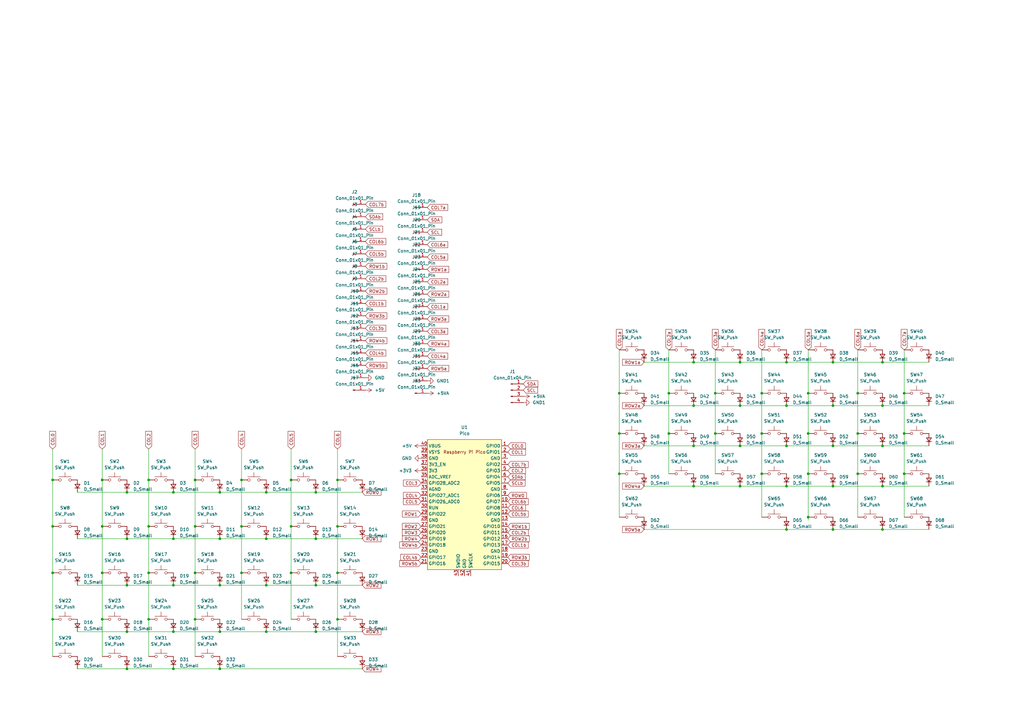
<source format=kicad_sch>
(kicad_sch (version 20250114) (generator "eeschema") (generator_version "9.0")
  (paper "A3")
  (junction (at 52.07 259.08))
  (junction (at 90.17 240.03))
  (junction (at 293.37 161.29))
  (junction (at 60.96 234.95))
  (junction (at 351.79 194.31))
  (junction (at 71.12 201.93))
  (junction (at 361.95 148.59))
  (junction (at 21.59 254))
  (junction (at 331.47 194.31))
  (junction (at 109.22 240.03))
  (junction (at 274.32 177.8))
  (junction (at 274.32 161.29))
  (junction (at 303.53 166.37))
  (junction (at 109.22 201.93))
  (junction (at 284.48 199.39))
  (junction (at 341.63 148.59))
  (junction (at 303.53 182.88))
  (junction (at 312.42 161.29))
  (junction (at 129.54 240.03))
  (junction (at 41.91 215.9))
  (junction (at 41.91 234.95))
  (junction (at 331.47 212.09))
  (junction (at 341.63 166.37))
  (junction (at 322.58 182.88))
  (junction (at 322.58 217.17))
  (junction (at 361.95 166.37))
  (junction (at 109.22 220.98))
  (junction (at 138.43 215.9))
  (junction (at 331.47 177.8))
  (junction (at 21.59 234.95))
  (junction (at 52.07 201.93))
  (junction (at 370.84 161.29))
  (junction (at 312.42 194.31))
  (junction (at 109.22 259.08))
  (junction (at 90.17 274.32))
  (junction (at 254 177.8))
  (junction (at 351.79 161.29))
  (junction (at 80.01 215.9))
  (junction (at 361.95 199.39))
  (junction (at 322.58 148.59))
  (junction (at 322.58 199.39))
  (junction (at 331.47 161.29))
  (junction (at 99.06 215.9))
  (junction (at 138.43 254))
  (junction (at 52.07 274.32))
  (junction (at 254 194.31))
  (junction (at 341.63 199.39))
  (junction (at 361.95 217.17))
  (junction (at 370.84 177.8))
  (junction (at 99.06 196.85))
  (junction (at 284.48 182.88))
  (junction (at 293.37 177.8))
  (junction (at 284.48 166.37))
  (junction (at 341.63 182.88))
  (junction (at 119.38 215.9))
  (junction (at 370.84 194.31))
  (junction (at 119.38 234.95))
  (junction (at 71.12 259.08))
  (junction (at 138.43 234.95))
  (junction (at 80.01 254))
  (junction (at 129.54 259.08))
  (junction (at 60.96 254))
  (junction (at 90.17 220.98))
  (junction (at 99.06 234.95))
  (junction (at 80.01 234.95))
  (junction (at 52.07 220.98))
  (junction (at 361.95 182.88))
  (junction (at 351.79 177.8))
  (junction (at 21.59 215.9))
  (junction (at 138.43 196.85))
  (junction (at 129.54 201.93))
  (junction (at 129.54 220.98))
  (junction (at 90.17 259.08))
  (junction (at 322.58 166.37))
  (junction (at 303.53 148.59))
  (junction (at 60.96 215.9))
  (junction (at 41.91 196.85))
  (junction (at 254 161.29))
  (junction (at 71.12 274.32))
  (junction (at 60.96 196.85))
  (junction (at 41.91 254))
  (junction (at 52.07 240.03))
  (junction (at 71.12 240.03))
  (junction (at 21.59 196.85))
  (junction (at 90.17 201.93))
  (junction (at 119.38 196.85))
  (junction (at 71.12 220.98))
  (junction (at 341.63 217.17))
  (junction (at 80.01 196.85))
  (junction (at 303.53 199.39))
  (junction (at 312.42 177.8))
  (junction (at 284.48 148.59))
  (wire (pts (xy 138.43 196.85) (xy 138.43 215.9)))
  (wire (pts (xy 361.95 199.39) (xy 381 199.39)))
  (wire (pts (xy 80.01 184.15) (xy 80.01 196.85)))
  (wire (pts (xy 264.16 199.39) (xy 284.48 199.39)))
  (wire (pts (xy 119.38 184.15) (xy 119.38 196.85)))
  (wire (pts (xy 99.06 184.15) (xy 99.06 196.85)))
  (wire (pts (xy 41.91 196.85) (xy 41.91 215.9)))
  (wire (pts (xy 284.48 148.59) (xy 303.53 148.59)))
  (wire (pts (xy 109.22 259.08) (xy 129.54 259.08)))
  (wire (pts (xy 99.06 215.9) (xy 99.06 234.95)))
  (wire (pts (xy 264.16 166.37) (xy 284.48 166.37)))
  (wire (pts (xy 293.37 143.51) (xy 293.37 161.29)))
  (wire (pts (xy 31.75 220.98) (xy 52.07 220.98)))
  (wire (pts (xy 119.38 234.95) (xy 119.38 254)))
  (wire (pts (xy 109.22 220.98) (xy 129.54 220.98)))
  (wire (pts (xy 71.12 259.08) (xy 90.17 259.08)))
  (wire (pts (xy 370.84 177.8) (xy 370.84 194.31)))
  (wire (pts (xy 284.48 199.39) (xy 303.53 199.39)))
  (wire (pts (xy 90.17 259.08) (xy 109.22 259.08)))
  (wire (pts (xy 284.48 182.88) (xy 303.53 182.88)))
  (wire (pts (xy 293.37 177.8) (xy 293.37 194.31)))
  (wire (pts (xy 361.95 182.88) (xy 381 182.88)))
  (wire (pts (xy 138.43 234.95) (xy 138.43 254)))
  (wire (pts (xy 331.47 194.31) (xy 331.47 212.09)))
  (wire (pts (xy 41.91 215.9) (xy 41.91 234.95)))
  (wire (pts (xy 90.17 201.93) (xy 109.22 201.93)))
  (wire (pts (xy 322.58 148.59) (xy 341.63 148.59)))
  (wire (pts (xy 52.07 201.93) (xy 71.12 201.93)))
  (wire (pts (xy 71.12 240.03) (xy 90.17 240.03)))
  (wire (pts (xy 109.22 240.03) (xy 129.54 240.03)))
  (wire (pts (xy 370.84 194.31) (xy 370.84 212.09)))
  (wire (pts (xy 60.96 234.95) (xy 60.96 254)))
  (wire (pts (xy 341.63 182.88) (xy 361.95 182.88)))
  (wire (pts (xy 303.53 182.88) (xy 322.58 182.88)))
  (wire (pts (xy 138.43 215.9) (xy 138.43 234.95)))
  (wire (pts (xy 312.42 143.51) (xy 312.42 161.29)))
  (wire (pts (xy 284.48 166.37) (xy 303.53 166.37)))
  (wire (pts (xy 138.43 254) (xy 138.43 269.24)))
  (wire (pts (xy 119.38 215.9) (xy 119.38 234.95)))
  (wire (pts (xy 60.96 215.9) (xy 60.96 234.95)))
  (wire (pts (xy 21.59 184.15) (xy 21.59 196.85)))
  (wire (pts (xy 60.96 196.85) (xy 60.96 215.9)))
  (wire (pts (xy 21.59 196.85) (xy 21.59 215.9)))
  (wire (pts (xy 71.12 220.98) (xy 90.17 220.98)))
  (wire (pts (xy 90.17 220.98) (xy 109.22 220.98)))
  (wire (pts (xy 99.06 234.95) (xy 99.06 254)))
  (wire (pts (xy 254 161.29) (xy 254 177.8)))
  (wire (pts (xy 303.53 199.39) (xy 322.58 199.39)))
  (wire (pts (xy 303.53 148.59) (xy 322.58 148.59)))
  (wire (pts (xy 254 177.8) (xy 254 194.31)))
  (wire (pts (xy 254 143.51) (xy 254 161.29)))
  (wire (pts (xy 331.47 177.8) (xy 331.47 194.31)))
  (wire (pts (xy 361.95 166.37) (xy 381 166.37)))
  (wire (pts (xy 80.01 254) (xy 80.01 269.24)))
  (wire (pts (xy 21.59 234.95) (xy 21.59 254)))
  (wire (pts (xy 370.84 143.51) (xy 370.84 161.29)))
  (wire (pts (xy 31.75 201.93) (xy 52.07 201.93)))
  (wire (pts (xy 303.53 166.37) (xy 322.58 166.37)))
  (wire (pts (xy 361.95 217.17) (xy 381 217.17)))
  (wire (pts (xy 293.37 161.29) (xy 293.37 177.8)))
  (wire (pts (xy 341.63 199.39) (xy 361.95 199.39)))
  (wire (pts (xy 312.42 161.29) (xy 312.42 177.8)))
  (wire (pts (xy 341.63 148.59) (xy 361.95 148.59)))
  (wire (pts (xy 119.38 196.85) (xy 119.38 215.9)))
  (wire (pts (xy 109.22 201.93) (xy 129.54 201.93)))
  (wire (pts (xy 52.07 274.32) (xy 71.12 274.32)))
  (wire (pts (xy 80.01 234.95) (xy 80.01 254)))
  (wire (pts (xy 90.17 274.32) (xy 148.59 274.32)))
  (wire (pts (xy 31.75 259.08) (xy 52.07 259.08)))
  (wire (pts (xy 80.01 215.9) (xy 80.01 234.95)))
  (wire (pts (xy 21.59 254) (xy 21.59 269.24)))
  (wire (pts (xy 264.16 217.17) (xy 322.58 217.17)))
  (wire (pts (xy 370.84 161.29) (xy 370.84 177.8)))
  (wire (pts (xy 322.58 182.88) (xy 341.63 182.88)))
  (wire (pts (xy 361.95 148.59) (xy 381 148.59)))
  (wire (pts (xy 322.58 217.17) (xy 341.63 217.17)))
  (wire (pts (xy 331.47 161.29) (xy 331.47 177.8)))
  (wire (pts (xy 129.54 220.98) (xy 148.59 220.98)))
  (wire (pts (xy 331.47 212.09) (xy 331.47 213.36)))
  (wire (pts (xy 341.63 217.17) (xy 361.95 217.17)))
  (wire (pts (xy 129.54 259.08) (xy 148.59 259.08)))
  (wire (pts (xy 138.43 184.15) (xy 138.43 196.85)))
  (wire (pts (xy 264.16 182.88) (xy 284.48 182.88)))
  (wire (pts (xy 351.79 194.31) (xy 351.79 212.09)))
  (wire (pts (xy 322.58 166.37) (xy 341.63 166.37)))
  (wire (pts (xy 274.32 177.8) (xy 274.32 194.31)))
  (wire (pts (xy 41.91 254) (xy 41.91 269.24)))
  (wire (pts (xy 312.42 177.8) (xy 312.42 194.31)))
  (wire (pts (xy 274.32 161.29) (xy 274.32 177.8)))
  (wire (pts (xy 52.07 240.03) (xy 71.12 240.03)))
  (wire (pts (xy 129.54 240.03) (xy 148.59 240.03)))
  (wire (pts (xy 71.12 201.93) (xy 90.17 201.93)))
  (wire (pts (xy 80.01 196.85) (xy 80.01 215.9)))
  (wire (pts (xy 60.96 184.15) (xy 60.96 196.85)))
  (wire (pts (xy 52.07 220.98) (xy 71.12 220.98)))
  (wire (pts (xy 90.17 240.03) (xy 109.22 240.03)))
  (wire (pts (xy 264.16 148.59) (xy 284.48 148.59)))
  (wire (pts (xy 351.79 143.51) (xy 351.79 161.29)))
  (wire (pts (xy 129.54 201.93) (xy 148.59 201.93)))
  (wire (pts (xy 254 194.31) (xy 254 212.09)))
  (wire (pts (xy 322.58 199.39) (xy 341.63 199.39)))
  (wire (pts (xy 351.79 161.29) (xy 351.79 177.8)))
  (wire (pts (xy 312.42 194.31) (xy 312.42 212.09)))
  (wire (pts (xy 99.06 196.85) (xy 99.06 215.9)))
  (wire (pts (xy 41.91 184.15) (xy 41.91 196.85)))
  (wire (pts (xy 52.07 259.08) (xy 71.12 259.08)))
  (wire (pts (xy 31.75 240.03) (xy 52.07 240.03)))
  (wire (pts (xy 274.32 143.51) (xy 274.32 161.29)))
  (wire (pts (xy 351.79 177.8) (xy 351.79 194.31)))
  (wire (pts (xy 31.75 274.32) (xy 52.07 274.32)))
  (wire (pts (xy 341.63 166.37) (xy 361.95 166.37)))
  (wire (pts (xy 21.59 215.9) (xy 21.59 234.95)))
  (wire (pts (xy 71.12 274.32) (xy 90.17 274.32)))
  (wire (pts (xy 60.96 254) (xy 60.96 269.24)))
  (wire (pts (xy 41.91 234.95) (xy 41.91 254)))
  (wire (pts (xy 331.47 143.51) (xy 331.47 161.29)))
  (global_label "ROW4" (shape input) (at 172.72 220.98 180) (property "Intersheetrefs" "${INTERSHEET_REFS}" (effects (hide yes))))
  (global_label "ROW3" (shape input) (at 148.59 259.08 0) (property "Intersheetrefs" "${INTERSHEET_REFS}" (effects (hide yes))))
  (global_label "ROW3b" (shape input) (at 149.86 129.54 0) (property "Intersheetrefs" "${INTERSHEET_REFS}" (effects (hide yes))))
  (global_label "COL3b" (shape input) (at 208.28 231.14 0) (property "Intersheetrefs" "${INTERSHEET_REFS}" (effects (hide yes))))
  (global_label "COL5a" (shape input) (at 331.47 143.51 90) (property "Intersheetrefs" "${INTERSHEET_REFS}" (effects (hide yes))))
  (global_label "ROW1" (shape input) (at 148.59 220.98 0) (property "Intersheetrefs" "${INTERSHEET_REFS}" (effects (hide yes))))
  (global_label "ROW1b" (shape input) (at 208.28 215.9 0) (property "Intersheetrefs" "${INTERSHEET_REFS}" (effects (hide yes))))
  (global_label "COL2" (shape input) (at 208.28 193.04 0) (property "Intersheetrefs" "${INTERSHEET_REFS}" (effects (hide yes))))
  (global_label "ROW2a" (shape input) (at 175.26 120.65 0) (property "Intersheetrefs" "${INTERSHEET_REFS}" (effects (hide yes))))
  (global_label "COL1a" (shape input) (at 254 143.51 90) (property "Intersheetrefs" "${INTERSHEET_REFS}" (effects (hide yes))))
  (global_label "COL0" (shape input) (at 208.28 182.88 0) (property "Intersheetrefs" "${INTERSHEET_REFS}" (effects (hide yes))))
  (global_label "COL7a" (shape input) (at 370.84 143.51 90) (property "Intersheetrefs" "${INTERSHEET_REFS}" (effects (hide yes))))
  (global_label "COL4" (shape input) (at 172.72 203.2 180) (property "Intersheetrefs" "${INTERSHEET_REFS}" (effects (hide yes))))
  (global_label "COL4a" (shape input) (at 175.26 146.05 0) (property "Intersheetrefs" "${INTERSHEET_REFS}" (effects (hide yes))))
  (global_label "ROW3a" (shape input) (at 264.16 182.88 180) (property "Intersheetrefs" "${INTERSHEET_REFS}" (effects (hide yes))))
  (global_label "ROW2b" (shape input) (at 149.86 119.38 0) (property "Intersheetrefs" "${INTERSHEET_REFS}" (effects (hide yes))))
  (global_label "COL3" (shape input) (at 80.01 184.15 90) (property "Intersheetrefs" "${INTERSHEET_REFS}" (effects (hide yes))))
  (global_label "COL4" (shape input) (at 99.06 184.15 90) (property "Intersheetrefs" "${INTERSHEET_REFS}" (effects (hide yes))))
  (global_label "COL4a" (shape input) (at 312.42 143.51 90) (property "Intersheetrefs" "${INTERSHEET_REFS}" (effects (hide yes))))
  (global_label "ROW3a" (shape input) (at 175.26 130.81 0) (property "Intersheetrefs" "${INTERSHEET_REFS}" (effects (hide yes))))
  (global_label "SDA" (shape input) (at 175.26 90.17 0) (property "Intersheetrefs" "${INTERSHEET_REFS}" (effects (hide yes))))
  (global_label "COL3a" (shape input) (at 175.26 135.89 0) (property "Intersheetrefs" "${INTERSHEET_REFS}" (effects (hide yes))))
  (global_label "COL3a" (shape input) (at 293.37 143.51 90) (property "Intersheetrefs" "${INTERSHEET_REFS}" (effects (hide yes))))
  (global_label "COL3b" (shape input) (at 149.86 134.62 0) (property "Intersheetrefs" "${INTERSHEET_REFS}" (effects (hide yes))))
  (global_label "COL4b" (shape input) (at 172.72 228.6 180) (property "Intersheetrefs" "${INTERSHEET_REFS}" (effects (hide yes))))
  (global_label "COL6" (shape input) (at 138.43 184.15 90) (property "Intersheetrefs" "${INTERSHEET_REFS}" (effects (hide yes))))
  (global_label "ROW4b" (shape input) (at 149.86 139.7 0) (property "Intersheetrefs" "${INTERSHEET_REFS}" (effects (hide yes))))
  (global_label "SCL" (shape input) (at 175.26 95.25 0) (property "Intersheetrefs" "${INTERSHEET_REFS}" (effects (hide yes))))
  (global_label "ROW2" (shape input) (at 148.59 240.03 0) (property "Intersheetrefs" "${INTERSHEET_REFS}" (effects (hide yes))))
  (global_label "COL1b" (shape input) (at 149.86 124.46 0) (property "Intersheetrefs" "${INTERSHEET_REFS}" (effects (hide yes))))
  (global_label "COL1b" (shape input) (at 208.28 223.52 0) (property "Intersheetrefs" "${INTERSHEET_REFS}" (effects (hide yes))))
  (global_label "COL2" (shape input) (at 60.96 184.15 90) (property "Intersheetrefs" "${INTERSHEET_REFS}" (effects (hide yes))))
  (global_label "ROW3" (shape input) (at 172.72 218.44 180) (property "Intersheetrefs" "${INTERSHEET_REFS}" (effects (hide yes))))
  (global_label "SDAb" (shape input) (at 149.86 88.9 0) (property "Intersheetrefs" "${INTERSHEET_REFS}" (effects (hide yes))))
  (global_label "ROW2a" (shape input) (at 264.16 166.37 180) (property "Intersheetrefs" "${INTERSHEET_REFS}" (effects (hide yes))))
  (global_label "COL1" (shape input) (at 41.91 184.15 90) (property "Intersheetrefs" "${INTERSHEET_REFS}" (effects (hide yes))))
  (global_label "ROW1a" (shape input) (at 264.16 148.59 180) (property "Intersheetrefs" "${INTERSHEET_REFS}" (effects (hide yes))))
  (global_label "ROW1" (shape input) (at 172.72 210.82 180) (property "Intersheetrefs" "${INTERSHEET_REFS}" (effects (hide yes))))
  (global_label "COL5" (shape input) (at 172.72 205.74 180) (property "Intersheetrefs" "${INTERSHEET_REFS}" (effects (hide yes))))
  (global_label "COL7b" (shape input) (at 208.28 190.5 0) (property "Intersheetrefs" "${INTERSHEET_REFS}" (effects (hide yes))))
  (global_label "ROW5a" (shape input) (at 175.26 151.13 0) (property "Intersheetrefs" "${INTERSHEET_REFS}" (effects (hide yes))))
  (global_label "ROW0" (shape input) (at 148.59 201.93 0) (property "Intersheetrefs" "${INTERSHEET_REFS}" (effects (hide yes))))
  (global_label "COL1" (shape input) (at 208.28 185.42 0) (property "Intersheetrefs" "${INTERSHEET_REFS}" (effects (hide yes))))
  (global_label "SDAb" (shape input) (at 208.28 195.58 0) (property "Intersheetrefs" "${INTERSHEET_REFS}" (effects (hide yes))))
  (global_label "SCLb" (shape input) (at 208.28 198.12 0) (property "Intersheetrefs" "${INTERSHEET_REFS}" (effects (hide yes))))
  (global_label "COL6" (shape input) (at 208.28 208.28 0) (property "Intersheetrefs" "${INTERSHEET_REFS}" (effects (hide yes))))
  (global_label "COL7b" (shape input) (at 149.86 83.82 0) (property "Intersheetrefs" "${INTERSHEET_REFS}" (effects (hide yes))))
  (global_label "COL4b" (shape input) (at 149.86 144.78 0) (property "Intersheetrefs" "${INTERSHEET_REFS}" (effects (hide yes))))
  (global_label "COL2b" (shape input) (at 149.86 114.3 0) (property "Intersheetrefs" "${INTERSHEET_REFS}" (effects (hide yes))))
  (global_label "COL6b" (shape input) (at 208.28 205.74 0) (property "Intersheetrefs" "${INTERSHEET_REFS}" (effects (hide yes))))
  (global_label "COL3" (shape input) (at 172.72 198.12 180) (property "Intersheetrefs" "${INTERSHEET_REFS}" (effects (hide yes))))
  (global_label "ROW4b" (shape input) (at 172.72 223.52 180) (property "Intersheetrefs" "${INTERSHEET_REFS}" (effects (hide yes))))
  (global_label "COL6a" (shape input) (at 351.79 143.51 90) (property "Intersheetrefs" "${INTERSHEET_REFS}" (effects (hide yes))))
  (global_label "COL2a" (shape input) (at 175.26 115.57 0) (property "Intersheetrefs" "${INTERSHEET_REFS}" (effects (hide yes))))
  (global_label "ROW2b" (shape input) (at 208.28 220.98 0) (property "Intersheetrefs" "${INTERSHEET_REFS}" (effects (hide yes))))
  (global_label "ROW4a" (shape input) (at 264.16 199.39 180) (property "Intersheetrefs" "${INTERSHEET_REFS}" (effects (hide yes))))
  (global_label "ROW1a" (shape input) (at 175.26 110.49 0) (property "Intersheetrefs" "${INTERSHEET_REFS}" (effects (hide yes))))
  (global_label "COL2a" (shape input) (at 274.32 143.51 90) (property "Intersheetrefs" "${INTERSHEET_REFS}" (effects (hide yes))))
  (global_label "COL6b" (shape input) (at 149.86 99.06 0) (property "Intersheetrefs" "${INTERSHEET_REFS}" (effects (hide yes))))
  (global_label "ROW5b" (shape input) (at 172.72 231.14 180) (property "Intersheetrefs" "${INTERSHEET_REFS}" (effects (hide yes))))
  (global_label "COL6a" (shape input) (at 175.26 100.33 0) (property "Intersheetrefs" "${INTERSHEET_REFS}" (effects (hide yes))))
  (global_label "COL5" (shape input) (at 119.38 184.15 90) (property "Intersheetrefs" "${INTERSHEET_REFS}" (effects (hide yes))))
  (global_label "COL5b" (shape input) (at 208.28 210.82 0) (property "Intersheetrefs" "${INTERSHEET_REFS}" (effects (hide yes))))
  (global_label "ROW4" (shape input) (at 148.59 274.32 0) (property "Intersheetrefs" "${INTERSHEET_REFS}" (effects (hide yes))))
  (global_label "ROW4a" (shape input) (at 175.26 140.97 0) (property "Intersheetrefs" "${INTERSHEET_REFS}" (effects (hide yes))))
  (global_label "SCL" (shape input) (at 214.63 160.02 0) (property "Intersheetrefs" "${INTERSHEET_REFS}" (effects (hide yes))))
  (global_label "COL2b" (shape input) (at 208.28 218.44 0) (property "Intersheetrefs" "${INTERSHEET_REFS}" (effects (hide yes))))
  (global_label "ROW0" (shape input) (at 208.28 203.2 0) (property "Intersheetrefs" "${INTERSHEET_REFS}" (effects (hide yes))))
  (global_label "COL1a" (shape input) (at 175.26 125.73 0) (property "Intersheetrefs" "${INTERSHEET_REFS}" (effects (hide yes))))
  (global_label "COL5a" (shape input) (at 175.26 105.41 0) (property "Intersheetrefs" "${INTERSHEET_REFS}" (effects (hide yes))))
  (global_label "COL5b" (shape input) (at 149.86 104.14 0) (property "Intersheetrefs" "${INTERSHEET_REFS}" (effects (hide yes))))
  (global_label "COL0" (shape input) (at 21.59 184.15 90) (property "Intersheetrefs" "${INTERSHEET_REFS}" (effects (hide yes))))
  (global_label "ROW1b" (shape input) (at 149.86 109.22 0) (property "Intersheetrefs" "${INTERSHEET_REFS}" (effects (hide yes))))
  (global_label "SCLb" (shape input) (at 149.86 93.98 0) (property "Intersheetrefs" "${INTERSHEET_REFS}" (effects (hide yes))))
  (global_label "ROW5a" (shape input) (at 264.16 217.17 180) (property "Intersheetrefs" "${INTERSHEET_REFS}" (effects (hide yes))))
  (global_label "SDA" (shape input) (at 214.63 157.48 0) (property "Intersheetrefs" "${INTERSHEET_REFS}" (effects (hide yes))))
  (global_label "COL7a" (shape input) (at 175.26 85.09 0) (property "Intersheetrefs" "${INTERSHEET_REFS}" (effects (hide yes))))
  (global_label "ROW3b" (shape input) (at 208.28 228.6 0) (property "Intersheetrefs" "${INTERSHEET_REFS}" (effects (hide yes))))
  (global_label "ROW5b" (shape input) (at 149.86 149.86 0) (property "Intersheetrefs" "${INTERSHEET_REFS}" (effects (hide yes))))
  (global_label "ROW2" (shape input) (at 172.72 215.9 180) (property "Intersheetrefs" "${INTERSHEET_REFS}" (effects (hide yes))))
  (symbol (lib_id "Switch:SW_Push") (at 124.46 196.85 0) (unit 1)
    (property "Reference" "SW6" (at 124.46 189.23 0))
    (property "Value" "SW_Push" (at 124.46 191.77 0))
    (property "Footprint" "Button_Switch_Keyboard:SW_Cherry_MX_1.00u_PCB" (effects (hide yes)))
    (property "Description" "Push button switch, generic, two pins" (effects (hide yes)))
  )
  (symbol (lib_id "Device:D_Small") (at 381 180.34 90) (unit 1)
    (property "Reference" "D54" (at 383.54 179.0699 90) (effects (justify right)))
    (property "Value" "D_Small" (at 383.54 181.6099 90) (effects (justify right)))
    (property "Footprint" "Diode_THT:D_DO-35_SOD27_P7.62mm_Horizontal" (effects (hide yes)))
    (property "Description" "Diode, small symbol" (effects (hide yes)))
    (property "Sim.Device" "D" (effects (hide yes)))
    (property "Sim.Pins" "1=K 2=A" (effects (hide yes)))
  )
  (symbol (lib_id "Connector:Conn_01x01_Pin") (at 144.78 93.98 0) (unit 1)
    (property "Reference" "J4" (at 145.415 88.9 0))
    (property "Value" "Conn_01x01_Pin" (at 145.415 91.44 0))
    (property "Footprint" "TestPoint:TestPoint_Pad_3.0x3.0mm" (effects (hide yes)))
    (property "Description" "Generic connector, single row, 01x01, script generated" (effects (hide yes)))
  )
  (symbol (lib_id "power:GND1") (at 175.26 156.21 90) (unit 1)
    (property "Reference" "#PWR06" (effects (hide yes)))
    (property "Value" "GND1" (at 179.07 156.2099 90) (effects (justify right)))
    (property "Description" "Power symbol creates a global label with name \"GND1\" , ground" (effects (hide yes)))
  )
  (symbol (lib_id "Connector:Conn_01x01_Pin") (at 170.18 146.05 0) (unit 1)
    (property "Reference" "J30" (at 170.815 140.97 0))
    (property "Value" "Conn_01x01_Pin" (at 170.815 143.51 0))
    (property "Footprint" "TestPoint:TestPoint_Pad_3.0x3.0mm" (effects (hide yes)))
    (property "Description" "Generic connector, single row, 01x01, script generated" (effects (hide yes)))
  )
  (symbol (lib_id "Device:D_Small") (at 341.63 180.34 90) (unit 1)
    (property "Reference" "D52" (at 344.17 179.0699 90) (effects (justify right)))
    (property "Value" "D_Small" (at 344.17 181.6099 90) (effects (justify right)))
    (property "Footprint" "Diode_THT:D_DO-35_SOD27_P7.62mm_Horizontal" (effects (hide yes)))
    (property "Description" "Diode, small symbol" (effects (hide yes)))
    (property "Sim.Device" "D" (effects (hide yes)))
    (property "Sim.Pins" "1=K 2=A" (effects (hide yes)))
  )
  (symbol (lib_id "Device:D_Small") (at 322.58 180.34 90) (unit 1)
    (property "Reference" "D51" (at 325.12 179.0699 90) (effects (justify right)))
    (property "Value" "D_Small" (at 325.12 181.6099 90) (effects (justify right)))
    (property "Footprint" "Diode_THT:D_DO-35_SOD27_P7.62mm_Horizontal" (effects (hide yes)))
    (property "Description" "Diode, small symbol" (effects (hide yes)))
    (property "Sim.Device" "D" (effects (hide yes)))
    (property "Sim.Pins" "1=K 2=A" (effects (hide yes)))
  )
  (symbol (lib_id "Switch:SW_Push") (at 143.51 196.85 0) (unit 1)
    (property "Reference" "SW7" (at 143.51 189.23 0))
    (property "Value" "SW_Push" (at 143.51 191.77 0))
    (property "Footprint" "Button_Switch_Keyboard:SW_Cherry_MX_1.00u_PCB" (effects (hide yes)))
    (property "Description" "Push button switch, generic, two pins" (effects (hide yes)))
  )
  (symbol (lib_id "Device:D_Small") (at 284.48 196.85 90) (unit 1)
    (property "Reference" "D56" (at 287.02 195.5799 90) (effects (justify right)))
    (property "Value" "D_Small" (at 287.02 198.1199 90) (effects (justify right)))
    (property "Footprint" "Diode_THT:D_DO-35_SOD27_P7.62mm_Horizontal" (effects (hide yes)))
    (property "Description" "Diode, small symbol" (effects (hide yes)))
    (property "Sim.Device" "D" (effects (hide yes)))
    (property "Sim.Pins" "1=K 2=A" (effects (hide yes)))
  )
  (symbol (lib_id "Device:D_Small") (at 361.95 214.63 90) (unit 1)
    (property "Reference" "D67" (at 364.49 213.3599 90) (effects (justify right)))
    (property "Value" "D_Small" (at 364.49 215.8999 90) (effects (justify right)))
    (property "Footprint" "Diode_THT:D_DO-35_SOD27_P7.62mm_Horizontal" (effects (hide yes)))
    (property "Description" "Diode, small symbol" (effects (hide yes)))
    (property "Sim.Device" "D" (effects (hide yes)))
    (property "Sim.Pins" "1=K 2=A" (effects (hide yes)))
  )
  (symbol (lib_id "Switch:SW_Push") (at 143.51 254 0) (unit 1)
    (property "Reference" "SW28" (at 143.51 246.38 0))
    (property "Value" "SW_Push" (at 143.51 248.92 0))
    (property "Footprint" "Button_Switch_Keyboard:SW_Cherry_MX_1.00u_PCB" (effects (hide yes)))
    (property "Description" "Push button switch, generic, two pins" (effects (hide yes)))
  )
  (symbol (lib_id "Switch:SW_Push") (at 375.92 194.31 0) (unit 1)
    (property "Reference" "SW61" (at 375.92 186.69 0))
    (property "Value" "SW_Push" (at 375.92 189.23 0))
    (property "Footprint" "Button_Switch_Keyboard:SW_Cherry_MX_1.00u_PCB" (effects (hide yes)))
    (property "Description" "Push button switch, generic, two pins" (effects (hide yes)))
  )
  (symbol (lib_id "Switch:SW_Push") (at 66.04 196.85 0) (unit 1)
    (property "Reference" "SW3" (at 66.04 189.23 0))
    (property "Value" "SW_Push" (at 66.04 191.77 0))
    (property "Footprint" "Button_Switch_Keyboard:SW_Cherry_MX_1.00u_PCB" (effects (hide yes)))
    (property "Description" "Push button switch, generic, two pins" (effects (hide yes)))
  )
  (symbol (lib_id "Device:D_Small") (at 71.12 237.49 90) (unit 1)
    (property "Reference" "D19" (at 73.66 236.2199 90) (effects (justify right)))
    (property "Value" "D_Small" (at 73.66 238.7599 90) (effects (justify right)))
    (property "Footprint" "Diode_THT:D_DO-35_SOD27_P7.62mm_Horizontal" (effects (hide yes)))
    (property "Description" "Diode, small symbol" (effects (hide yes)))
    (property "Sim.Device" "D" (effects (hide yes)))
    (property "Sim.Pins" "1=K 2=A" (effects (hide yes)))
  )
  (symbol (lib_id "Device:D_Small") (at 361.95 180.34 90) (unit 1)
    (property "Reference" "D53" (at 364.49 179.0699 90) (effects (justify right)))
    (property "Value" "D_Small" (at 364.49 181.6099 90) (effects (justify right)))
    (property "Footprint" "Diode_THT:D_DO-35_SOD27_P7.62mm_Horizontal" (effects (hide yes)))
    (property "Description" "Diode, small symbol" (effects (hide yes)))
    (property "Sim.Device" "D" (effects (hide yes)))
    (property "Sim.Pins" "1=K 2=A" (effects (hide yes)))
  )
  (symbol (lib_id "Device:D_Small") (at 90.17 256.54 90) (unit 1)
    (property "Reference" "D22" (at 92.71 255.2699 90) (effects (justify right)))
    (property "Value" "D_Small" (at 92.71 257.8099 90) (effects (justify right)))
    (property "Footprint" "Diode_THT:D_DO-35_SOD27_P7.62mm_Horizontal" (effects (hide yes)))
    (property "Description" "Diode, small symbol" (effects (hide yes)))
    (property "Sim.Device" "D" (effects (hide yes)))
    (property "Sim.Pins" "1=K 2=A" (effects (hide yes)))
  )
  (symbol (lib_id "Connector:Conn_01x01_Pin") (at 170.18 140.97 0) (unit 1)
    (property "Reference" "J29" (at 170.815 135.89 0))
    (property "Value" "Conn_01x01_Pin" (at 170.815 138.43 0))
    (property "Footprint" "TestPoint:TestPoint_Pad_3.0x3.0mm" (effects (hide yes)))
    (property "Description" "Generic connector, single row, 01x01, script generated" (effects (hide yes)))
  )
  (symbol (lib_id "power:GND") (at 172.72 187.96 270) (unit 1)
    (property "Reference" "#PWR02" (effects (hide yes)))
    (property "Value" "GND" (at 168.91 187.9599 90) (effects (justify right)))
    (property "Description" "Power symbol creates a global label with name \"GND\" , ground" (effects (hide yes)))
  )
  (symbol (lib_id "Device:D_Small") (at 148.59 199.39 90) (unit 1)
    (property "Reference" "D7" (at 151.13 198.1199 90) (effects (justify right)))
    (property "Value" "D_Small" (at 151.13 200.6599 90) (effects (justify right)))
    (property "Footprint" "Diode_THT:D_DO-35_SOD27_P7.62mm_Horizontal" (effects (hide yes)))
    (property "Description" "Diode, small symbol" (effects (hide yes)))
    (property "Sim.Device" "D" (effects (hide yes)))
    (property "Sim.Pins" "1=K 2=A" (effects (hide yes)))
  )
  (symbol (lib_id "Switch:SW_Push") (at 66.04 269.24 0) (unit 1)
    (property "Reference" "SW31" (at 66.04 261.62 0))
    (property "Value" "SW_Push" (at 66.04 264.16 0))
    (property "Footprint" "Button_Switch_Keyboard:SW_Cherry_MX_1.00u_PCB" (effects (hide yes)))
    (property "Description" "Push button switch, generic, two pins" (effects (hide yes)))
  )
  (symbol (lib_id "Connector:Conn_01x01_Pin") (at 144.78 154.94 0) (unit 1)
    (property "Reference" "J16" (at 145.415 149.86 0))
    (property "Value" "Conn_01x01_Pin" (at 145.415 152.4 0))
    (property "Footprint" "TestPoint:TestPoint_Pad_3.0x3.0mm" (effects (hide yes)))
    (property "Description" "Generic connector, single row, 01x01, script generated" (effects (hide yes)))
  )
  (symbol (lib_id "Switch:SW_Push") (at 26.67 269.24 0) (unit 1)
    (property "Reference" "SW29" (at 26.67 261.62 0))
    (property "Value" "SW_Push" (at 26.67 264.16 0))
    (property "Footprint" "Button_Switch_Keyboard:SW_Cherry_MX_1.00u_PCB" (effects (hide yes)))
    (property "Description" "Push button switch, generic, two pins" (effects (hide yes)))
  )
  (symbol (lib_id "Connector:Conn_01x01_Pin") (at 144.78 144.78 0) (unit 1)
    (property "Reference" "J14" (at 145.415 139.7 0))
    (property "Value" "Conn_01x01_Pin" (at 145.415 142.24 0))
    (property "Footprint" "TestPoint:TestPoint_Pad_3.0x3.0mm" (effects (hide yes)))
    (property "Description" "Generic connector, single row, 01x01, script generated" (effects (hide yes)))
  )
  (symbol (lib_id "Device:D_Small") (at 381 163.83 90) (unit 1)
    (property "Reference" "D47" (at 383.54 162.5599 90) (effects (justify right)))
    (property "Value" "D_Small" (at 383.54 165.0999 90) (effects (justify right)))
    (property "Footprint" "Diode_THT:D_DO-35_SOD27_P7.62mm_Horizontal" (effects (hide yes)))
    (property "Description" "Diode, small symbol" (effects (hide yes)))
    (property "Sim.Device" "D" (effects (hide yes)))
    (property "Sim.Pins" "1=K 2=A" (effects (hide yes)))
  )
  (symbol (lib_id "Connector:Conn_01x01_Pin") (at 170.18 161.29 0) (unit 1)
    (property "Reference" "J33" (at 170.815 156.21 0))
    (property "Value" "Conn_01x01_Pin" (at 170.815 158.75 0))
    (property "Footprint" "TestPoint:TestPoint_Pad_3.0x3.0mm" (effects (hide yes)))
    (property "Description" "Generic connector, single row, 01x01, script generated" (effects (hide yes)))
  )
  (symbol (lib_id "Connector:Conn_01x01_Pin") (at 144.78 149.86 0) (unit 1)
    (property "Reference" "J15" (at 145.415 144.78 0))
    (property "Value" "Conn_01x01_Pin" (at 145.415 147.32 0))
    (property "Footprint" "TestPoint:TestPoint_Pad_3.0x3.0mm" (effects (hide yes)))
    (property "Description" "Generic connector, single row, 01x01, script generated" (effects (hide yes)))
  )
  (symbol (lib_id "Device:D_Small") (at 284.48 146.05 90) (unit 1)
    (property "Reference" "D35" (at 287.02 144.7799 90) (effects (justify right)))
    (property "Value" "D_Small" (at 287.02 147.3199 90) (effects (justify right)))
    (property "Footprint" "Diode_THT:D_DO-35_SOD27_P7.62mm_Horizontal" (effects (hide yes)))
    (property "Description" "Diode, small symbol" (effects (hide yes)))
    (property "Sim.Device" "D" (effects (hide yes)))
    (property "Sim.Pins" "1=K 2=A" (effects (hide yes)))
  )
  (symbol (lib_id "Switch:SW_Push") (at 298.45 143.51 0) (unit 1)
    (property "Reference" "SW36" (at 298.45 135.89 0))
    (property "Value" "SW_Push" (at 298.45 138.43 0))
    (property "Footprint" "Button_Switch_Keyboard:SW_Cherry_MX_1.00u_PCB" (effects (hide yes)))
    (property "Description" "Push button switch, generic, two pins" (effects (hide yes)))
  )
  (symbol (lib_id "Connector:Conn_01x01_Pin") (at 144.78 134.62 0) (unit 1)
    (property "Reference" "J12" (at 145.415 129.54 0))
    (property "Value" "Conn_01x01_Pin" (at 145.415 132.08 0))
    (property "Footprint" "TestPoint:TestPoint_Pad_3.0x3.0mm" (effects (hide yes)))
    (property "Description" "Generic connector, single row, 01x01, script generated" (effects (hide yes)))
  )
  (symbol (lib_id "Connector:Conn_01x01_Pin") (at 170.18 115.57 0) (unit 1)
    (property "Reference" "J24" (at 170.815 110.49 0))
    (property "Value" "Conn_01x01_Pin" (at 170.815 113.03 0))
    (property "Footprint" "TestPoint:TestPoint_Pad_3.0x3.0mm" (effects (hide yes)))
    (property "Description" "Generic connector, single row, 01x01, script generated" (effects (hide yes)))
  )
  (symbol (lib_id "Device:D_Small") (at 381 214.63 90) (unit 1)
    (property "Reference" "D68" (at 383.54 213.3599 90) (effects (justify right)))
    (property "Value" "D_Small" (at 383.54 215.8999 90) (effects (justify right)))
    (property "Footprint" "Diode_THT:D_DO-35_SOD27_P7.62mm_Horizontal" (effects (hide yes)))
    (property "Description" "Diode, small symbol" (effects (hide yes)))
    (property "Sim.Device" "D" (effects (hide yes)))
    (property "Sim.Pins" "1=K 2=A" (effects (hide yes)))
  )
  (symbol (lib_id "Connector:Conn_01x01_Pin") (at 170.18 130.81 0) (unit 1)
    (property "Reference" "J27" (at 170.815 125.73 0))
    (property "Value" "Conn_01x01_Pin" (at 170.815 128.27 0))
    (property "Footprint" "TestPoint:TestPoint_Pad_3.0x3.0mm" (effects (hide yes)))
    (property "Description" "Generic connector, single row, 01x01, script generated" (effects (hide yes)))
  )
  (symbol (lib_id "Switch:SW_Push") (at 317.5 143.51 0) (unit 1)
    (property "Reference" "SW37" (at 317.5 135.89 0))
    (property "Value" "SW_Push" (at 317.5 138.43 0))
    (property "Footprint" "Button_Switch_Keyboard:SW_Cherry_MX_1.00u_PCB" (effects (hide yes)))
    (property "Description" "Push button switch, generic, two pins" (effects (hide yes)))
  )
  (symbol (lib_id "Device:D_Small") (at 322.58 146.05 90) (unit 1)
    (property "Reference" "D37" (at 325.12 144.7799 90) (effects (justify right)))
    (property "Value" "D_Small" (at 325.12 147.3199 90) (effects (justify right)))
    (property "Footprint" "Diode_THT:D_DO-35_SOD27_P7.62mm_Horizontal" (effects (hide yes)))
    (property "Description" "Diode, small symbol" (effects (hide yes)))
    (property "Sim.Device" "D" (effects (hide yes)))
    (property "Sim.Pins" "1=K 2=A" (effects (hide yes)))
  )
  (symbol (lib_id "Connector:Conn_01x01_Pin") (at 170.18 151.13 0) (unit 1)
    (property "Reference" "J31" (at 170.815 146.05 0))
    (property "Value" "Conn_01x01_Pin" (at 170.815 148.59 0))
    (property "Footprint" "TestPoint:TestPoint_Pad_3.0x3.0mm" (effects (hide yes)))
    (property "Description" "Generic connector, single row, 01x01, script generated" (effects (hide yes)))
  )
  (symbol (lib_id "Switch:SW_Push") (at 85.09 215.9 0) (unit 1)
    (property "Reference" "SW11" (at 85.09 208.28 0))
    (property "Value" "SW_Push" (at 85.09 210.82 0))
    (property "Footprint" "Button_Switch_Keyboard:SW_Cherry_MX_1.00u_PCB" (effects (hide yes)))
    (property "Description" "Push button switch, generic, two pins" (effects (hide yes)))
  )
  (symbol (lib_id "Connector:Conn_01x01_Pin") (at 170.18 135.89 0) (unit 1)
    (property "Reference" "J28" (at 170.815 130.81 0))
    (property "Value" "Conn_01x01_Pin" (at 170.815 133.35 0))
    (property "Footprint" "TestPoint:TestPoint_Pad_3.0x3.0mm" (effects (hide yes)))
    (property "Description" "Generic connector, single row, 01x01, script generated" (effects (hide yes)))
  )
  (symbol (lib_id "Device:D_Small") (at 303.53 180.34 90) (unit 1)
    (property "Reference" "D50" (at 306.07 179.0699 90) (effects (justify right)))
    (property "Value" "D_Small" (at 306.07 181.6099 90) (effects (justify right)))
    (property "Footprint" "Diode_THT:D_DO-35_SOD27_P7.62mm_Horizontal" (effects (hide yes)))
    (property "Description" "Diode, small symbol" (effects (hide yes)))
    (property "Sim.Device" "D" (effects (hide yes)))
    (property "Sim.Pins" "1=K 2=A" (effects (hide yes)))
  )
  (symbol (lib_id "Device:D_Small") (at 90.17 218.44 90) (unit 1)
    (property "Reference" "D11" (at 92.71 217.1699 90) (effects (justify right)))
    (property "Value" "D_Small" (at 92.71 219.7099 90) (effects (justify right)))
    (property "Footprint" "Diode_THT:D_DO-35_SOD27_P7.62mm_Horizontal" (effects (hide yes)))
    (property "Description" "Diode, small symbol" (effects (hide yes)))
    (property "Sim.Device" "D" (effects (hide yes)))
    (property "Sim.Pins" "1=K 2=A" (effects (hide yes)))
  )
  (symbol (lib_id "Switch:SW_Push") (at 298.45 177.8 0) (unit 1)
    (property "Reference" "SW50" (at 298.45 170.18 0))
    (property "Value" "SW_Push" (at 298.45 172.72 0))
    (property "Footprint" "Button_Switch_Keyboard:SW_Cherry_MX_1.00u_PCB" (effects (hide yes)))
    (property "Description" "Push button switch, generic, two pins" (effects (hide yes)))
  )
  (symbol (lib_id "Switch:SW_Push") (at 26.67 254 0) (unit 1)
    (property "Reference" "SW22" (at 26.67 246.38 0))
    (property "Value" "SW_Push" (at 26.67 248.92 0))
    (property "Footprint" "Button_Switch_Keyboard:SW_Cherry_MX_1.00u_PCB" (effects (hide yes)))
    (property "Description" "Push button switch, generic, two pins" (effects (hide yes)))
  )
  (symbol (lib_id "power:+5VA") (at 214.63 162.56 270) (unit 1)
    (property "Reference" "#PWR09" (effects (hide yes)))
    (property "Value" "+5VA" (at 218.44 162.5599 90) (effects (justify left)))
    (property "Description" "Power symbol creates a global label with name \"+5VA\"" (effects (hide yes)))
  )
  (symbol (lib_id "Switch:SW_Push") (at 317.5 212.09 0) (unit 1)
    (property "Reference" "SW65" (at 317.5 204.47 0))
    (property "Value" "SW_Push" (at 317.5 207.01 0))
    (property "Footprint" "Button_Switch_Keyboard:SW_Cherry_MX_1.00u_PCB" (effects (hide yes)))
    (property "Description" "Push button switch, generic, two pins" (effects (hide yes)))
  )
  (symbol (lib_id "Switch:SW_Push") (at 279.4 177.8 0) (unit 1)
    (property "Reference" "SW49" (at 279.4 170.18 0))
    (property "Value" "SW_Push" (at 279.4 172.72 0))
    (property "Footprint" "Button_Switch_Keyboard:SW_Cherry_MX_1.00u_PCB" (effects (hide yes)))
    (property "Description" "Push button switch, generic, two pins" (effects (hide yes)))
  )
  (symbol (lib_id "Switch:SW_Push") (at 356.87 177.8 0) (unit 1)
    (property "Reference" "SW53" (at 356.87 170.18 0))
    (property "Value" "SW_Push" (at 356.87 172.72 0))
    (property "Footprint" "Button_Switch_Keyboard:SW_Cherry_MX_1.00u_PCB" (effects (hide yes)))
    (property "Description" "Push button switch, generic, two pins" (effects (hide yes)))
  )
  (symbol (lib_id "Switch:SW_Push") (at 124.46 254 0) (unit 1)
    (property "Reference" "SW27" (at 124.46 246.38 0))
    (property "Value" "SW_Push" (at 124.46 248.92 0))
    (property "Footprint" "Button_Switch_Keyboard:SW_Cherry_MX_1.00u_PCB" (effects (hide yes)))
    (property "Description" "Push button switch, generic, two pins" (effects (hide yes)))
  )
  (symbol (lib_id "Switch:SW_Push") (at 104.14 196.85 0) (unit 1)
    (property "Reference" "SW5" (at 104.14 189.23 0))
    (property "Value" "SW_Push" (at 104.14 191.77 0))
    (property "Footprint" "Button_Switch_Keyboard:SW_Cherry_MX_1.00u_PCB" (effects (hide yes)))
    (property "Description" "Push button switch, generic, two pins" (effects (hide yes)))
  )
  (symbol (lib_id "Connector:Conn_01x01_Pin") (at 144.78 83.82 0) (unit 1)
    (property "Reference" "J2" (at 145.415 78.74 0))
    (property "Value" "Conn_01x01_Pin" (at 145.415 81.28 0))
    (property "Footprint" "TestPoint:TestPoint_Pad_3.0x3.0mm" (effects (hide yes)))
    (property "Description" "Generic connector, single row, 01x01, script generated" (effects (hide yes)))
  )
  (symbol (lib_id "Device:D_Small") (at 148.59 237.49 90) (unit 1)
    (property "Reference" "D27" (at 151.13 236.2199 90) (effects (justify right)))
    (property "Value" "D_Small" (at 151.13 238.7599 90) (effects (justify right)))
    (property "Footprint" "Diode_THT:D_DO-35_SOD27_P7.62mm_Horizontal" (effects (hide yes)))
    (property "Description" "Diode, small symbol" (effects (hide yes)))
    (property "Sim.Device" "D" (effects (hide yes)))
    (property "Sim.Pins" "1=K 2=A" (effects (hide yes)))
  )
  (symbol (lib_id "Switch:SW_Push") (at 336.55 212.09 0) (unit 1)
    (property "Reference" "SW66" (at 336.55 204.47 0))
    (property "Value" "SW_Push" (at 336.55 207.01 0))
    (property "Footprint" "Button_Switch_Keyboard:SW_Cherry_MX_1.00u_PCB" (effects (hide yes)))
    (property "Description" "Push button switch, generic, two pins" (effects (hide yes)))
  )
  (symbol (lib_id "Device:D_Small") (at 264.16 163.83 90) (unit 1)
    (property "Reference" "D41" (at 266.7 162.5599 90) (effects (justify right)))
    (property "Value" "D_Small" (at 266.7 165.0999 90) (effects (justify right)))
    (property "Footprint" "Diode_THT:D_DO-35_SOD27_P7.62mm_Horizontal" (effects (hide yes)))
    (property "Description" "Diode, small symbol" (effects (hide yes)))
    (property "Sim.Device" "D" (effects (hide yes)))
    (property "Sim.Pins" "1=K 2=A" (effects (hide yes)))
  )
  (symbol (lib_id "Connector:Conn_01x01_Pin") (at 144.78 160.02 0) (unit 1)
    (property "Reference" "J17" (at 145.415 154.94 0))
    (property "Value" "Conn_01x01_Pin" (at 145.415 157.48 0))
    (property "Footprint" "TestPoint:TestPoint_Pad_3.0x3.0mm" (effects (hide yes)))
    (property "Description" "Generic connector, single row, 01x01, script generated" (effects (hide yes)))
  )
  (symbol (lib_id "Device:D_Small") (at 148.59 218.44 90) (unit 1)
    (property "Reference" "D14" (at 151.13 217.1699 90) (effects (justify right)))
    (property "Value" "D_Small" (at 151.13 219.7099 90) (effects (justify right)))
    (property "Footprint" "Diode_THT:D_DO-35_SOD27_P7.62mm_Horizontal" (effects (hide yes)))
    (property "Description" "Diode, small symbol" (effects (hide yes)))
    (property "Sim.Device" "D" (effects (hide yes)))
    (property "Sim.Pins" "1=K 2=A" (effects (hide yes)))
  )
  (symbol (lib_id "Device:D_Small") (at 284.48 180.34 90) (unit 1)
    (property "Reference" "D49" (at 287.02 179.0699 90) (effects (justify right)))
    (property "Value" "D_Small" (at 287.02 181.6099 90) (effects (justify right)))
    (property "Footprint" "Diode_THT:D_DO-35_SOD27_P7.62mm_Horizontal" (effects (hide yes)))
    (property "Description" "Diode, small symbol" (effects (hide yes)))
    (property "Sim.Device" "D" (effects (hide yes)))
    (property "Sim.Pins" "1=K 2=A" (effects (hide yes)))
  )
  (symbol (lib_id "Switch:SW_Push") (at 46.99 234.95 0) (unit 1)
    (property "Reference" "SW16" (at 46.99 227.33 0))
    (property "Value" "SW_Push" (at 46.99 229.87 0))
    (property "Footprint" "Button_Switch_Keyboard:SW_Cherry_MX_1.00u_PCB" (effects (hide yes)))
    (property "Description" "Push button switch, generic, two pins" (effects (hide yes)))
  )
  (symbol (lib_id "Connector:Conn_01x01_Pin") (at 144.78 99.06 0) (unit 1)
    (property "Reference" "J5" (at 145.415 93.98 0))
    (property "Value" "Conn_01x01_Pin" (at 145.415 96.52 0))
    (property "Footprint" "TestPoint:TestPoint_Pad_3.0x3.0mm" (effects (hide yes)))
    (property "Description" "Generic connector, single row, 01x01, script generated" (effects (hide yes)))
  )
  (symbol (lib_id "Device:D_Small") (at 303.53 163.83 90) (unit 1)
    (property "Reference" "D43" (at 306.07 162.5599 90) (effects (justify right)))
    (property "Value" "D_Small" (at 306.07 165.0999 90) (effects (justify right)))
    (property "Footprint" "Diode_THT:D_DO-35_SOD27_P7.62mm_Horizontal" (effects (hide yes)))
    (property "Description" "Diode, small symbol" (effects (hide yes)))
    (property "Sim.Device" "D" (effects (hide yes)))
    (property "Sim.Pins" "1=K 2=A" (effects (hide yes)))
  )
  (symbol (lib_id "Device:D_Small") (at 129.54 237.49 90) (unit 1)
    (property "Reference" "D25" (at 132.08 236.2199 90) (effects (justify right)))
    (property "Value" "D_Small" (at 132.08 238.7599 90) (effects (justify right)))
    (property "Footprint" "Diode_THT:D_DO-35_SOD27_P7.62mm_Horizontal" (effects (hide yes)))
    (property "Description" "Diode, small symbol" (effects (hide yes)))
    (property "Sim.Device" "D" (effects (hide yes)))
    (property "Sim.Pins" "1=K 2=A" (effects (hide yes)))
  )
  (symbol (lib_id "Device:D_Small") (at 52.07 237.49 90) (unit 1)
    (property "Reference" "D17" (at 54.61 236.2199 90) (effects (justify right)))
    (property "Value" "D_Small" (at 54.61 238.7599 90) (effects (justify right)))
    (property "Footprint" "Diode_THT:D_DO-35_SOD27_P7.62mm_Horizontal" (effects (hide yes)))
    (property "Description" "Diode, small symbol" (effects (hide yes)))
    (property "Sim.Device" "D" (effects (hide yes)))
    (property "Sim.Pins" "1=K 2=A" (effects (hide yes)))
  )
  (symbol (lib_id "Switch:SW_Push") (at 259.08 212.09 0) (unit 1)
    (property "Reference" "SW62" (at 259.08 204.47 0))
    (property "Value" "SW_Push" (at 259.08 207.01 0))
    (property "Footprint" "Button_Switch_Keyboard:SW_Cherry_MX_2.00u_PCB" (effects (hide yes)))
    (property "Description" "Push button switch, generic, two pins" (effects (hide yes)))
  )
  (symbol (lib_id "Device:D_Small") (at 322.58 163.83 90) (unit 1)
    (property "Reference" "D44" (at 325.12 162.5599 90) (effects (justify right)))
    (property "Value" "D_Small" (at 325.12 165.0999 90) (effects (justify right)))
    (property "Footprint" "Diode_THT:D_DO-35_SOD27_P7.62mm_Horizontal" (effects (hide yes)))
    (property "Description" "Diode, small symbol" (effects (hide yes)))
    (property "Sim.Device" "D" (effects (hide yes)))
    (property "Sim.Pins" "1=K 2=A" (effects (hide yes)))
  )
  (symbol (lib_id "Connector:Conn_01x01_Pin") (at 170.18 95.25 0) (unit 1)
    (property "Reference" "J20" (at 170.815 90.17 0))
    (property "Value" "Conn_01x01_Pin" (at 170.815 92.71 0))
    (property "Footprint" "TestPoint:TestPoint_Pad_3.0x3.0mm" (effects (hide yes)))
    (property "Description" "Generic connector, single row, 01x01, script generated" (effects (hide yes)))
  )
  (symbol (lib_id "Connector:Conn_01x01_Pin") (at 144.78 129.54 0) (unit 1)
    (property "Reference" "J11" (at 145.415 124.46 0))
    (property "Value" "Conn_01x01_Pin" (at 145.415 127 0))
    (property "Footprint" "TestPoint:TestPoint_Pad_3.0x3.0mm" (effects (hide yes)))
    (property "Description" "Generic connector, single row, 01x01, script generated" (effects (hide yes)))
  )
  (symbol (lib_id "Switch:SW_Push") (at 298.45 194.31 0) (unit 1)
    (property "Reference" "SW57" (at 298.45 186.69 0))
    (property "Value" "SW_Push" (at 298.45 189.23 0))
    (property "Footprint" "Button_Switch_Keyboard:SW_Cherry_MX_1.00u_PCB" (effects (hide yes)))
    (property "Description" "Push button switch, generic, two pins" (effects (hide yes)))
  )
  (symbol (lib_id "Device:D_Small") (at 52.07 256.54 90) (unit 1)
    (property "Reference" "D18" (at 54.61 255.2699 90) (effects (justify right)))
    (property "Value" "D_Small" (at 54.61 257.8099 90) (effects (justify right)))
    (property "Footprint" "Diode_THT:D_DO-35_SOD27_P7.62mm_Horizontal" (effects (hide yes)))
    (property "Description" "Diode, small symbol" (effects (hide yes)))
    (property "Sim.Device" "D" (effects (hide yes)))
    (property "Sim.Pins" "1=K 2=A" (effects (hide yes)))
  )
  (symbol (lib_id "Connector:Conn_01x01_Pin") (at 144.78 109.22 0) (unit 1)
    (property "Reference" "J7" (at 145.415 104.14 0))
    (property "Value" "Conn_01x01_Pin" (at 145.415 106.68 0))
    (property "Footprint" "TestPoint:TestPoint_Pad_3.0x3.0mm" (effects (hide yes)))
    (property "Description" "Generic connector, single row, 01x01, script generated" (effects (hide yes)))
  )
  (symbol (lib_id "Connector:Conn_01x01_Pin") (at 170.18 105.41 0) (unit 1)
    (property "Reference" "J22" (at 170.815 100.33 0))
    (property "Value" "Conn_01x01_Pin" (at 170.815 102.87 0))
    (property "Footprint" "TestPoint:TestPoint_Pad_3.0x3.0mm" (effects (hide yes)))
    (property "Description" "Generic connector, single row, 01x01, script generated" (effects (hide yes)))
  )
  (symbol (lib_id "Switch:SW_Push") (at 26.67 234.95 0) (unit 1)
    (property "Reference" "SW15" (at 26.67 227.33 0))
    (property "Value" "SW_Push" (at 26.67 229.87 0))
    (property "Footprint" "Button_Switch_Keyboard:SW_Cherry_MX_1.00u_PCB" (effects (hide yes)))
    (property "Description" "Push button switch, generic, two pins" (effects (hide yes)))
  )
  (symbol (lib_id "Device:D_Small") (at 322.58 214.63 90) (unit 1)
    (property "Reference" "D65" (at 325.12 213.3599 90) (effects (justify right)))
    (property "Value" "D_Small" (at 325.12 215.8999 90) (effects (justify right)))
    (property "Footprint" "Diode_THT:D_DO-35_SOD27_P7.62mm_Horizontal" (effects (hide yes)))
    (property "Description" "Diode, small symbol" (effects (hide yes)))
    (property "Sim.Device" "D" (effects (hide yes)))
    (property "Sim.Pins" "1=K 2=A" (effects (hide yes)))
  )
  (symbol (lib_id "Switch:SW_Push") (at 336.55 177.8 0) (unit 1)
    (property "Reference" "SW52" (at 336.55 170.18 0))
    (property "Value" "SW_Push" (at 336.55 172.72 0))
    (property "Footprint" "Button_Switch_Keyboard:SW_Cherry_MX_1.00u_PCB" (effects (hide yes)))
    (property "Description" "Push button switch, generic, two pins" (effects (hide yes)))
  )
  (symbol (lib_id "Device:D_Small") (at 284.48 163.83 90) (unit 1)
    (property "Reference" "D42" (at 287.02 162.5599 90) (effects (justify right)))
    (property "Value" "D_Small" (at 287.02 165.0999 90) (effects (justify right)))
    (property "Footprint" "Diode_THT:D_DO-35_SOD27_P7.62mm_Horizontal" (effects (hide yes)))
    (property "Description" "Diode, small symbol" (effects (hide yes)))
    (property "Sim.Device" "D" (effects (hide yes)))
    (property "Sim.Pins" "1=K 2=A" (effects (hide yes)))
  )
  (symbol (lib_id "power:GND1") (at 214.63 165.1 90) (unit 1)
    (property "Reference" "#PWR08" (effects (hide yes)))
    (property "Value" "GND1" (at 218.44 165.0999 90) (effects (justify right)))
    (property "Description" "Power symbol creates a global label with name \"GND1\" , ground" (effects (hide yes)))
  )
  (symbol (lib_id "Switch:SW_Push") (at 104.14 215.9 0) (unit 1)
    (property "Reference" "SW12" (at 104.14 208.28 0))
    (property "Value" "SW_Push" (at 104.14 210.82 0))
    (property "Footprint" "Button_Switch_Keyboard:SW_Cherry_MX_1.00u_PCB" (effects (hide yes)))
    (property "Description" "Push button switch, generic, two pins" (effects (hide yes)))
  )
  (symbol (lib_id "Device:D_Small") (at 129.54 256.54 90) (unit 1)
    (property "Reference" "D26" (at 132.08 255.2699 90) (effects (justify right)))
    (property "Value" "D_Small" (at 132.08 257.8099 90) (effects (justify right)))
    (property "Footprint" "Diode_THT:D_DO-35_SOD27_P7.62mm_Horizontal" (effects (hide yes)))
    (property "Description" "Diode, small symbol" (effects (hide yes)))
    (property "Sim.Device" "D" (effects (hide yes)))
    (property "Sim.Pins" "1=K 2=A" (effects (hide yes)))
  )
  (symbol (lib_id "Device:D_Small") (at 381 196.85 90) (unit 1)
    (property "Reference" "D61" (at 383.54 195.5799 90) (effects (justify right)))
    (property "Value" "D_Small" (at 383.54 198.1199 90) (effects (justify right)))
    (property "Footprint" "Diode_THT:D_DO-35_SOD27_P7.62mm_Horizontal" (effects (hide yes)))
    (property "Description" "Diode, small symbol" (effects (hide yes)))
    (property "Sim.Device" "D" (effects (hide yes)))
    (property "Sim.Pins" "1=K 2=A" (effects (hide yes)))
  )
  (symbol (lib_id "Device:D_Small") (at 90.17 271.78 90) (unit 1)
    (property "Reference" "D32" (at 92.71 270.5099 90) (effects (justify right)))
    (property "Value" "D_Small" (at 92.71 273.0499 90) (effects (justify right)))
    (property "Footprint" "Diode_THT:D_DO-35_SOD27_P7.62mm_Horizontal" (effects (hide yes)))
    (property "Description" "Diode, small symbol" (effects (hide yes)))
    (property "Sim.Device" "D" (effects (hide yes)))
    (property "Sim.Pins" "1=K 2=A" (effects (hide yes)))
  )
  (symbol (lib_id "Switch:SW_Push") (at 143.51 215.9 0) (unit 1)
    (property "Reference" "SW14" (at 143.51 208.28 0))
    (property "Value" "SW_Push" (at 143.51 210.82 0))
    (property "Footprint" "Button_Switch_Keyboard:SW_Cherry_MX_1.00u_PCB" (effects (hide yes)))
    (property "Description" "Push button switch, generic, two pins" (effects (hide yes)))
  )
  (symbol (lib_id "Device:D_Small") (at 109.22 256.54 90) (unit 1)
    (property "Reference" "D24" (at 111.76 255.2699 90) (effects (justify right)))
    (property "Value" "D_Small" (at 111.76 257.8099 90) (effects (justify right)))
    (property "Footprint" "Diode_THT:D_DO-35_SOD27_P7.62mm_Horizontal" (effects (hide yes)))
    (property "Description" "Diode, small symbol" (effects (hide yes)))
    (property "Sim.Device" "D" (effects (hide yes)))
    (property "Sim.Pins" "1=K 2=A" (effects (hide yes)))
  )
  (symbol (lib_id "Switch:SW_Push") (at 46.99 269.24 0) (unit 1)
    (property "Reference" "SW30" (at 46.99 261.62 0))
    (property "Value" "SW_Push" (at 46.99 264.16 0))
    (property "Footprint" "Button_Switch_Keyboard:SW_Cherry_MX_1.00u_PCB" (effects (hide yes)))
    (property "Description" "Push button switch, generic, two pins" (effects (hide yes)))
  )
  (symbol (lib_id "Device:D_Small") (at 129.54 199.39 90) (unit 1)
    (property "Reference" "D6" (at 132.08 198.1199 90) (effects (justify right)))
    (property "Value" "D_Small" (at 132.08 200.6599 90) (effects (justify right)))
    (property "Footprint" "Diode_THT:D_DO-35_SOD27_P7.62mm_Horizontal" (effects (hide yes)))
    (property "Description" "Diode, small symbol" (effects (hide yes)))
    (property "Sim.Device" "D" (effects (hide yes)))
    (property "Sim.Pins" "1=K 2=A" (effects (hide yes)))
  )
  (symbol (lib_id "Device:D_Small") (at 341.63 196.85 90) (unit 1)
    (property "Reference" "D59" (at 344.17 195.5799 90) (effects (justify right)))
    (property "Value" "D_Small" (at 344.17 198.1199 90) (effects (justify right)))
    (property "Footprint" "Diode_THT:D_DO-35_SOD27_P7.62mm_Horizontal" (effects (hide yes)))
    (property "Description" "Diode, small symbol" (effects (hide yes)))
    (property "Sim.Device" "D" (effects (hide yes)))
    (property "Sim.Pins" "1=K 2=A" (effects (hide yes)))
  )
  (symbol (lib_id "Device:D_Small") (at 264.16 180.34 90) (unit 1)
    (property "Reference" "D48" (at 266.7 179.0699 90) (effects (justify right)))
    (property "Value" "D_Small" (at 266.7 181.6099 90) (effects (justify right)))
    (property "Footprint" "Diode_THT:D_DO-35_SOD27_P7.62mm_Horizontal" (effects (hide yes)))
    (property "Description" "Diode, small symbol" (effects (hide yes)))
    (property "Sim.Device" "D" (effects (hide yes)))
    (property "Sim.Pins" "1=K 2=A" (effects (hide yes)))
  )
  (symbol (lib_id "Device:D_Small") (at 52.07 199.39 90) (unit 1)
    (property "Reference" "D2" (at 54.61 198.1199 90) (effects (justify right)))
    (property "Value" "D_Small" (at 54.61 200.6599 90) (effects (justify right)))
    (property "Footprint" "Diode_THT:D_DO-35_SOD27_P7.62mm_Horizontal" (effects (hide yes)))
    (property "Description" "Diode, small symbol" (effects (hide yes)))
    (property "Sim.Device" "D" (effects (hide yes)))
    (property "Sim.Pins" "1=K 2=A" (effects (hide yes)))
  )
  (symbol (lib_id "Device:D_Small") (at 31.75 271.78 90) (unit 1)
    (property "Reference" "D29" (at 34.29 270.5099 90) (effects (justify right)))
    (property "Value" "D_Small" (at 34.29 273.0499 90) (effects (justify right)))
    (property "Footprint" "Diode_THT:D_DO-35_SOD27_P7.62mm_Horizontal" (effects (hide yes)))
    (property "Description" "Diode, small symbol" (effects (hide yes)))
    (property "Sim.Device" "D" (effects (hide yes)))
    (property "Sim.Pins" "1=K 2=A" (effects (hide yes)))
  )
  (symbol (lib_id "Device:D_Small") (at 148.59 256.54 90) (unit 1)
    (property "Reference" "D28" (at 151.13 255.2699 90) (effects (justify right)))
    (property "Value" "D_Small" (at 151.13 257.8099 90) (effects (justify right)))
    (property "Footprint" "Diode_THT:D_DO-35_SOD27_P7.62mm_Horizontal" (effects (hide yes)))
    (property "Description" "Diode, small symbol" (effects (hide yes)))
    (property "Sim.Device" "D" (effects (hide yes)))
    (property "Sim.Pins" "1=K 2=A" (effects (hide yes)))
  )
  (symbol (lib_id "Switch:SW_Push") (at 317.5 161.29 0) (unit 1)
    (property "Reference" "SW44" (at 317.5 153.67 0))
    (property "Value" "SW_Push" (at 317.5 156.21 0))
    (property "Footprint" "Button_Switch_Keyboard:SW_Cherry_MX_1.00u_PCB" (effects (hide yes)))
    (property "Description" "Push button switch, generic, two pins" (effects (hide yes)))
  )
  (symbol (lib_id "Device:D_Small") (at 303.53 196.85 90) (unit 1)
    (property "Reference" "D57" (at 306.07 195.5799 90) (effects (justify right)))
    (property "Value" "D_Small" (at 306.07 198.1199 90) (effects (justify right)))
    (property "Footprint" "Diode_THT:D_DO-35_SOD27_P7.62mm_Horizontal" (effects (hide yes)))
    (property "Description" "Diode, small symbol" (effects (hide yes)))
    (property "Sim.Device" "D" (effects (hide yes)))
    (property "Sim.Pins" "1=K 2=A" (effects (hide yes)))
  )
  (symbol (lib_id "Device:D_Small") (at 264.16 214.63 90) (unit 1)
    (property "Reference" "D62" (at 266.7 213.3599 90) (effects (justify right)))
    (property "Value" "D_Small" (at 266.7 215.8999 90) (effects (justify right)))
    (property "Footprint" "Diode_THT:D_DO-35_SOD27_P7.62mm_Horizontal" (effects (hide yes)))
    (property "Description" "Diode, small symbol" (effects (hide yes)))
    (property "Sim.Device" "D" (effects (hide yes)))
    (property "Sim.Pins" "1=K 2=A" (effects (hide yes)))
  )
  (symbol (lib_id "Connector:Conn_01x01_Pin") (at 144.78 88.9 0) (unit 1)
    (property "Reference" "J3" (at 145.415 83.82 0))
    (property "Value" "Conn_01x01_Pin" (at 145.415 86.36 0))
    (property "Footprint" "TestPoint:TestPoint_Pad_3.0x3.0mm" (effects (hide yes)))
    (property "Description" "Generic connector, single row, 01x01, script generated" (effects (hide yes)))
  )
  (symbol (lib_id "Device:D_Small") (at 109.22 199.39 90) (unit 1)
    (property "Reference" "D5" (at 111.76 198.1199 90) (effects (justify right)))
    (property "Value" "D_Small" (at 111.76 200.6599 90) (effects (justify right)))
    (property "Footprint" "Diode_THT:D_DO-35_SOD27_P7.62mm_Horizontal" (effects (hide yes)))
    (property "Description" "Diode, small symbol" (effects (hide yes)))
    (property "Sim.Device" "D" (effects (hide yes)))
    (property "Sim.Pins" "1=K 2=A" (effects (hide yes)))
  )
  (symbol (lib_id "Device:D_Small") (at 71.12 218.44 90) (unit 1)
    (property "Reference" "D10" (at 73.66 217.1699 90) (effects (justify right)))
    (property "Value" "D_Small" (at 73.66 219.7099 90) (effects (justify right)))
    (property "Footprint" "Diode_THT:D_DO-35_SOD27_P7.62mm_Horizontal" (effects (hide yes)))
    (property "Description" "Diode, small symbol" (effects (hide yes)))
    (property "Sim.Device" "D" (effects (hide yes)))
    (property "Sim.Pins" "1=K 2=A" (effects (hide yes)))
  )
  (symbol (lib_id "Device:D_Small") (at 52.07 218.44 90) (unit 1)
    (property "Reference" "D9" (at 54.61 217.1699 90) (effects (justify right)))
    (property "Value" "D_Small" (at 54.61 219.7099 90) (effects (justify right)))
    (property "Footprint" "Diode_THT:D_DO-35_SOD27_P7.62mm_Horizontal" (effects (hide yes)))
    (property "Description" "Diode, small symbol" (effects (hide yes)))
    (property "Sim.Device" "D" (effects (hide yes)))
    (property "Sim.Pins" "1=K 2=A" (effects (hide yes)))
  )
  (symbol (lib_id "Switch:SW_Push") (at 46.99 215.9 0) (unit 1)
    (property "Reference" "SW9" (at 46.99 208.28 0))
    (property "Value" "SW_Push" (at 46.99 210.82 0))
    (property "Footprint" "Button_Switch_Keyboard:SW_Cherry_MX_1.00u_PCB" (effects (hide yes)))
    (property "Description" "Push button switch, generic, two pins" (effects (hide yes)))
  )
  (symbol (lib_id "Connector:Conn_01x01_Pin") (at 170.18 156.21 0) (unit 1)
    (property "Reference" "J32" (at 170.815 151.13 0))
    (property "Value" "Conn_01x01_Pin" (at 170.815 153.67 0))
    (property "Footprint" "TestPoint:TestPoint_Pad_3.0x3.0mm" (effects (hide yes)))
    (property "Description" "Generic connector, single row, 01x01, script generated" (effects (hide yes)))
  )
  (symbol (lib_id "Switch:SW_Push") (at 66.04 254 0) (unit 1)
    (property "Reference" "SW24" (at 66.04 246.38 0))
    (property "Value" "SW_Push" (at 66.04 248.92 0))
    (property "Footprint" "Button_Switch_Keyboard:SW_Cherry_MX_1.00u_PCB" (effects (hide yes)))
    (property "Description" "Push button switch, generic, two pins" (effects (hide yes)))
  )
  (symbol (lib_id "power:GND") (at 149.86 154.94 90) (unit 1)
    (property "Reference" "#PWR05" (effects (hide yes)))
    (property "Value" "GND" (at 153.67 154.9399 90) (effects (justify right)))
    (property "Description" "Power symbol creates a global label with name \"GND\" , ground" (effects (hide yes)))
  )
  (symbol (lib_id "Switch:SW_Push") (at 259.08 177.8 0) (unit 1)
    (property "Reference" "SW48" (at 259.08 170.18 0))
    (property "Value" "SW_Push" (at 259.08 172.72 0))
    (property "Footprint" "Button_Switch_Keyboard:SW_Cherry_MX_1.00u_PCB" (effects (hide yes)))
    (property "Description" "Push button switch, generic, two pins" (effects (hide yes)))
  )
  (symbol (lib_id "Device:D_Small") (at 381 146.05 90) (unit 1)
    (property "Reference" "D40" (at 383.54 144.7799 90) (effects (justify right)))
    (property "Value" "D_Small" (at 383.54 147.3199 90) (effects (justify right)))
    (property "Footprint" "Diode_THT:D_DO-35_SOD27_P7.62mm_Horizontal" (effects (hide yes)))
    (property "Description" "Diode, small symbol" (effects (hide yes)))
    (property "Sim.Device" "D" (effects (hide yes)))
    (property "Sim.Pins" "1=K 2=A" (effects (hide yes)))
  )
  (symbol (lib_id "Switch:SW_Push") (at 104.14 234.95 0) (unit 1)
    (property "Reference" "SW19" (at 104.14 227.33 0))
    (property "Value" "SW_Push" (at 104.14 229.87 0))
    (property "Footprint" "Button_Switch_Keyboard:SW_Cherry_MX_1.00u_PCB" (effects (hide yes)))
    (property "Description" "Push button switch, generic, two pins" (effects (hide yes)))
  )
  (symbol (lib_id "MCU_RaspberryPi_and_Boards:Pico") (at 190.5 207.01 0) (mirror y) (unit 1)
    (property "Reference" "U1" (at 190.5 175.26 0))
    (property "Value" "Pico" (at 190.5 177.8 0))
    (property "Footprint" "Taranium-libs:RPi_Pico_SMD_TH" (effects (hide yes)))
  )
  (symbol (lib_id "Switch:SW_Push") (at 279.4 161.29 0) (unit 1)
    (property "Reference" "SW42" (at 279.4 153.67 0))
    (property "Value" "SW_Push" (at 279.4 156.21 0))
    (property "Footprint" "Button_Switch_Keyboard:SW_Cherry_MX_1.00u_PCB" (effects (hide yes)))
    (property "Description" "Push button switch, generic, two pins" (effects (hide yes)))
  )
  (symbol (lib_id "Switch:SW_Push") (at 124.46 234.95 0) (unit 1)
    (property "Reference" "SW20" (at 124.46 227.33 0))
    (property "Value" "SW_Push" (at 124.46 229.87 0))
    (property "Footprint" "Button_Switch_Keyboard:SW_Cherry_MX_1.00u_PCB" (effects (hide yes)))
    (property "Description" "Push button switch, generic, two pins" (effects (hide yes)))
  )
  (symbol (lib_id "Switch:SW_Push") (at 85.09 234.95 0) (unit 1)
    (property "Reference" "SW18" (at 85.09 227.33 0))
    (property "Value" "SW_Push" (at 85.09 229.87 0))
    (property "Footprint" "Button_Switch_Keyboard:SW_Cherry_MX_1.00u_PCB" (effects (hide yes)))
    (property "Description" "Push button switch, generic, two pins" (effects (hide yes)))
  )
  (symbol (lib_id "Device:D_Small") (at 71.12 271.78 90) (unit 1)
    (property "Reference" "D31" (at 73.66 270.5099 90) (effects (justify right)))
    (property "Value" "D_Small" (at 73.66 273.0499 90) (effects (justify right)))
    (property "Footprint" "Diode_THT:D_DO-35_SOD27_P7.62mm_Horizontal" (effects (hide yes)))
    (property "Description" "Diode, small symbol" (effects (hide yes)))
    (property "Sim.Device" "D" (effects (hide yes)))
    (property "Sim.Pins" "1=K 2=A" (effects (hide yes)))
  )
  (symbol (lib_id "Switch:SW_Push") (at 356.87 161.29 0) (unit 1)
    (property "Reference" "SW46" (at 356.87 153.67 0))
    (property "Value" "SW_Push" (at 356.87 156.21 0))
    (property "Footprint" "Button_Switch_Keyboard:SW_Cherry_MX_1.00u_PCB" (effects (hide yes)))
    (property "Description" "Push button switch, generic, two pins" (effects (hide yes)))
  )
  (symbol (lib_id "Connector:Conn_01x01_Pin") (at 170.18 85.09 0) (unit 1)
    (property "Reference" "J18" (at 170.815 80.01 0))
    (property "Value" "Conn_01x01_Pin" (at 170.815 82.55 0))
    (property "Footprint" "TestPoint:TestPoint_Pad_3.0x3.0mm" (effects (hide yes)))
    (property "Description" "Generic connector, single row, 01x01, script generated" (effects (hide yes)))
  )
  (symbol (lib_id "Switch:SW_Push") (at 104.14 254 0) (unit 1)
    (property "Reference" "SW26" (at 104.14 246.38 0))
    (property "Value" "SW_Push" (at 104.14 248.92 0))
    (property "Footprint" "Button_Switch_Keyboard:SW_Cherry_MX_1.00u_PCB" (effects (hide yes)))
    (property "Description" "Push button switch, generic, two pins" (effects (hide yes)))
  )
  (symbol (lib_id "Switch:SW_Push") (at 259.08 194.31 0) (unit 1)
    (property "Reference" "SW55" (at 259.08 186.69 0))
    (property "Value" "SW_Push" (at 259.08 189.23 0))
    (property "Footprint" "Button_Switch_Keyboard:SW_Cherry_MX_1.00u_PCB" (effects (hide yes)))
    (property "Description" "Push button switch, generic, two pins" (effects (hide yes)))
  )
  (symbol (lib_id "Switch:SW_Push") (at 356.87 212.09 0) (unit 1)
    (property "Reference" "SW67" (at 356.87 204.47 0))
    (property "Value" "SW_Push" (at 356.87 207.01 0))
    (property "Footprint" "Button_Switch_Keyboard:SW_Cherry_MX_1.00u_PCB" (effects (hide yes)))
    (property "Description" "Push button switch, generic, two pins" (effects (hide yes)))
  )
  (symbol (lib_id "Switch:SW_Push") (at 143.51 269.24 0) (unit 1)
    (property "Reference" "SW33" (at 143.51 261.62 0))
    (property "Value" "SW_Push" (at 143.51 264.16 0))
    (property "Footprint" "Button_Switch_Keyboard:SW_Cherry_MX_2.00u_PCB" (effects (hide yes)))
    (property "Description" "Push button switch, generic, two pins" (effects (hide yes)))
  )
  (symbol (lib_id "Switch:SW_Push") (at 124.46 215.9 0) (unit 1)
    (property "Reference" "SW13" (at 124.46 208.28 0))
    (property "Value" "SW_Push" (at 124.46 210.82 0))
    (property "Footprint" "Button_Switch_Keyboard:SW_Cherry_MX_1.00u_PCB" (effects (hide yes)))
    (property "Description" "Push button switch, generic, two pins" (effects (hide yes)))
  )
  (symbol (lib_id "Device:D_Small") (at 303.53 146.05 90) (unit 1)
    (property "Reference" "D36" (at 306.07 144.7799 90) (effects (justify right)))
    (property "Value" "D_Small" (at 306.07 147.3199 90) (effects (justify right)))
    (property "Footprint" "Diode_THT:D_DO-35_SOD27_P7.62mm_Horizontal" (effects (hide yes)))
    (property "Description" "Diode, small symbol" (effects (hide yes)))
    (property "Sim.Device" "D" (effects (hide yes)))
    (property "Sim.Pins" "1=K 2=A" (effects (hide yes)))
  )
  (symbol (lib_id "Switch:SW_Push") (at 66.04 215.9 0) (unit 1)
    (property "Reference" "SW10" (at 66.04 208.28 0))
    (property "Value" "SW_Push" (at 66.04 210.82 0))
    (property "Footprint" "Button_Switch_Keyboard:SW_Cherry_MX_1.00u_PCB" (effects (hide yes)))
    (property "Description" "Push button switch, generic, two pins" (effects (hide yes)))
  )
  (symbol (lib_id "Switch:SW_Push") (at 279.4 143.51 0) (unit 1)
    (property "Reference" "SW35" (at 279.4 135.89 0))
    (property "Value" "SW_Push" (at 279.4 138.43 0))
    (property "Footprint" "Button_Switch_Keyboard:SW_Cherry_MX_1.00u_PCB" (effects (hide yes)))
    (property "Description" "Push button switch, generic, two pins" (effects (hide yes)))
  )
  (symbol (lib_id "Device:D_Small") (at 322.58 196.85 90) (unit 1)
    (property "Reference" "D58" (at 325.12 195.5799 90) (effects (justify right)))
    (property "Value" "D_Small" (at 325.12 198.1199 90) (effects (justify right)))
    (property "Footprint" "Diode_THT:D_DO-35_SOD27_P7.62mm_Horizontal" (effects (hide yes)))
    (property "Description" "Diode, small symbol" (effects (hide yes)))
    (property "Sim.Device" "D" (effects (hide yes)))
    (property "Sim.Pins" "1=K 2=A" (effects (hide yes)))
  )
  (symbol (lib_id "Switch:SW_Push") (at 375.92 212.09 0) (unit 1)
    (property "Reference" "SW68" (at 375.92 204.47 0))
    (property "Value" "SW_Push" (at 375.92 207.01 0))
    (property "Footprint" "Button_Switch_Keyboard:SW_Cherry_MX_1.00u_PCB" (effects (hide yes)))
    (property "Description" "Push button switch, generic, two pins" (effects (hide yes)))
  )
  (symbol (lib_id "Switch:SW_Push") (at 66.04 234.95 0) (unit 1)
    (property "Reference" "SW17" (at 66.04 227.33 0))
    (property "Value" "SW_Push" (at 66.04 229.87 0))
    (property "Footprint" "Button_Switch_Keyboard:SW_Cherry_MX_1.00u_PCB" (effects (hide yes)))
    (property "Description" "Push button switch, generic, two pins" (effects (hide yes)))
  )
  (symbol (lib_id "power:+5VA") (at 175.26 161.29 270) (unit 1)
    (property "Reference" "#PWR07" (effects (hide yes)))
    (property "Value" "+5VA" (at 179.07 161.2899 90) (effects (justify left)))
    (property "Description" "Power symbol creates a global label with name \"+5VA\"" (effects (hide yes)))
  )
  (symbol (lib_id "Switch:SW_Push") (at 356.87 143.51 0) (unit 1)
    (property "Reference" "SW39" (at 356.87 135.89 0))
    (property "Value" "SW_Push" (at 356.87 138.43 0))
    (property "Footprint" "Button_Switch_Keyboard:SW_Cherry_MX_1.00u_PCB" (effects (hide yes)))
    (property "Description" "Push button switch, generic, two pins" (effects (hide yes)))
  )
  (symbol (lib_id "Device:D_Small") (at 361.95 146.05 90) (unit 1)
    (property "Reference" "D39" (at 364.49 144.7799 90) (effects (justify right)))
    (property "Value" "D_Small" (at 364.49 147.3199 90) (effects (justify right)))
    (property "Footprint" "Diode_THT:D_DO-35_SOD27_P7.62mm_Horizontal" (effects (hide yes)))
    (property "Description" "Diode, small symbol" (effects (hide yes)))
    (property "Sim.Device" "D" (effects (hide yes)))
    (property "Sim.Pins" "1=K 2=A" (effects (hide yes)))
  )
  (symbol (lib_id "Device:D_Small") (at 109.22 218.44 90) (unit 1)
    (property "Reference" "D12" (at 111.76 217.1699 90) (effects (justify right)))
    (property "Value" "D_Small" (at 111.76 219.7099 90) (effects (justify right)))
    (property "Footprint" "Diode_THT:D_DO-35_SOD27_P7.62mm_Horizontal" (effects (hide yes)))
    (property "Description" "Diode, small symbol" (effects (hide yes)))
    (property "Sim.Device" "D" (effects (hide yes)))
    (property "Sim.Pins" "1=K 2=A" (effects (hide yes)))
  )
  (symbol (lib_id "Device:D_Small") (at 31.75 218.44 90) (unit 1)
    (property "Reference" "D8" (at 34.29 217.1699 90) (effects (justify right)))
    (property "Value" "D_Small" (at 34.29 219.7099 90) (effects (justify right)))
    (property "Footprint" "Diode_THT:D_DO-35_SOD27_P7.62mm_Horizontal" (effects (hide yes)))
    (property "Description" "Diode, small symbol" (effects (hide yes)))
    (property "Sim.Device" "D" (effects (hide yes)))
    (property "Sim.Pins" "1=K 2=A" (effects (hide yes)))
  )
  (symbol (lib_id "Switch:SW_Push") (at 336.55 161.29 0) (unit 1)
    (property "Reference" "SW45" (at 336.55 153.67 0))
    (property "Value" "SW_Push" (at 336.55 156.21 0))
    (property "Footprint" "Button_Switch_Keyboard:SW_Cherry_MX_1.00u_PCB" (effects (hide yes)))
    (property "Description" "Push button switch, generic, two pins" (effects (hide yes)))
  )
  (symbol (lib_id "Device:D_Small") (at 264.16 196.85 90) (unit 1)
    (property "Reference" "D55" (at 266.7 195.5799 90) (effects (justify right)))
    (property "Value" "D_Small" (at 266.7 198.1199 90) (effects (justify right)))
    (property "Footprint" "Diode_THT:D_DO-35_SOD27_P7.62mm_Horizontal" (effects (hide yes)))
    (property "Description" "Diode, small symbol" (effects (hide yes)))
    (property "Sim.Device" "D" (effects (hide yes)))
    (property "Sim.Pins" "1=K 2=A" (effects (hide yes)))
  )
  (symbol (lib_id "Switch:SW_Push") (at 143.51 234.95 0) (unit 1)
    (property "Reference" "SW21" (at 143.51 227.33 0))
    (property "Value" "SW_Push" (at 143.51 229.87 0))
    (property "Footprint" "Button_Switch_Keyboard:SW_Cherry_MX_1.00u_PCB" (effects (hide yes)))
    (property "Description" "Push button switch, generic, two pins" (effects (hide yes)))
  )
  (symbol (lib_id "Device:D_Small") (at 361.95 163.83 90) (unit 1)
    (property "Reference" "D46" (at 364.49 162.5599 90) (effects (justify right)))
    (property "Value" "D_Small" (at 364.49 165.0999 90) (effects (justify right)))
    (property "Footprint" "Diode_THT:D_DO-35_SOD27_P7.62mm_Horizontal" (effects (hide yes)))
    (property "Description" "Diode, small symbol" (effects (hide yes)))
    (property "Sim.Device" "D" (effects (hide yes)))
    (property "Sim.Pins" "1=K 2=A" (effects (hide yes)))
  )
  (symbol (lib_id "Connector:Conn_01x01_Pin") (at 170.18 90.17 0) (unit 1)
    (property "Reference" "J19" (at 170.815 85.09 0))
    (property "Value" "Conn_01x01_Pin" (at 170.815 87.63 0))
    (property "Footprint" "TestPoint:TestPoint_Pad_3.0x3.0mm" (effects (hide yes)))
    (property "Description" "Generic connector, single row, 01x01, script generated" (effects (hide yes)))
  )
  (symbol (lib_id "Connector:Conn_01x01_Pin") (at 144.78 119.38 0) (unit 1)
    (property "Reference" "J9" (at 145.415 114.3 0))
    (property "Value" "Conn_01x01_Pin" (at 145.415 116.84 0))
    (property "Footprint" "TestPoint:TestPoint_Pad_3.0x3.0mm" (effects (hide yes)))
    (property "Description" "Generic connector, single row, 01x01, script generated" (effects (hide yes)))
  )
  (symbol (lib_id "Device:D_Small") (at 71.12 199.39 90) (unit 1)
    (property "Reference" "D3" (at 73.66 198.1199 90) (effects (justify right)))
    (property "Value" "D_Small" (at 73.66 200.6599 90) (effects (justify right)))
    (property "Footprint" "Diode_THT:D_DO-35_SOD27_P7.62mm_Horizontal" (effects (hide yes)))
    (property "Description" "Diode, small symbol" (effects (hide yes)))
    (property "Sim.Device" "D" (effects (hide yes)))
    (property "Sim.Pins" "1=K 2=A" (effects (hide yes)))
  )
  (symbol (lib_id "Switch:SW_Push") (at 317.5 177.8 0) (unit 1)
    (property "Reference" "SW51" (at 317.5 170.18 0))
    (property "Value" "SW_Push" (at 317.5 172.72 0))
    (property "Footprint" "Button_Switch_Keyboard:SW_Cherry_MX_1.00u_PCB" (effects (hide yes)))
    (property "Description" "Push button switch, generic, two pins" (effects (hide yes)))
  )
  (symbol (lib_id "Switch:SW_Push") (at 259.08 161.29 0) (unit 1)
    (property "Reference" "SW41" (at 259.08 153.67 0))
    (property "Value" "SW_Push" (at 259.08 156.21 0))
    (property "Footprint" "Button_Switch_Keyboard:SW_Cherry_MX_1.00u_PCB" (effects (hide yes)))
    (property "Description" "Push button switch, generic, two pins" (effects (hide yes)))
  )
  (symbol (lib_id "Device:D_Small") (at 341.63 146.05 90) (unit 1)
    (property "Reference" "D38" (at 344.17 144.7799 90) (effects (justify right)))
    (property "Value" "D_Small" (at 344.17 147.3199 90) (effects (justify right)))
    (property "Footprint" "Diode_THT:D_DO-35_SOD27_P7.62mm_Horizontal" (effects (hide yes)))
    (property "Description" "Diode, small symbol" (effects (hide yes)))
    (property "Sim.Device" "D" (effects (hide yes)))
    (property "Sim.Pins" "1=K 2=A" (effects (hide yes)))
  )
  (symbol (lib_id "Connector:Conn_01x01_Pin") (at 170.18 100.33 0) (unit 1)
    (property "Reference" "J21" (at 170.815 95.25 0))
    (property "Value" "Conn_01x01_Pin" (at 170.815 97.79 0))
    (property "Footprint" "TestPoint:TestPoint_Pad_3.0x3.0mm" (effects (hide yes)))
    (property "Description" "Generic connector, single row, 01x01, script generated" (effects (hide yes)))
  )
  (symbol (lib_id "Device:D_Small") (at 109.22 237.49 90) (unit 1)
    (property "Reference" "D23" (at 111.76 236.2199 90) (effects (justify right)))
    (property "Value" "D_Small" (at 111.76 238.7599 90) (effects (justify right)))
    (property "Footprint" "Diode_THT:D_DO-35_SOD27_P7.62mm_Horizontal" (effects (hide yes)))
    (property "Description" "Diode, small symbol" (effects (hide yes)))
    (property "Sim.Device" "D" (effects (hide yes)))
    (property "Sim.Pins" "1=K 2=A" (effects (hide yes)))
  )
  (symbol (lib_id "Connector:Conn_01x01_Pin") (at 144.78 124.46 0) (unit 1)
    (property "Reference" "J10" (at 145.415 119.38 0))
    (property "Value" "Conn_01x01_Pin" (at 145.415 121.92 0))
    (property "Footprint" "TestPoint:TestPoint_Pad_3.0x3.0mm" (effects (hide yes)))
    (property "Description" "Generic connector, single row, 01x01, script generated" (effects (hide yes)))
  )
  (symbol (lib_id "Device:D_Small") (at 71.12 256.54 90) (unit 1)
    (property "Reference" "D20" (at 73.66 255.2699 90) (effects (justify right)))
    (property "Value" "D_Small" (at 73.66 257.8099 90) (effects (justify right)))
    (property "Footprint" "Diode_THT:D_DO-35_SOD27_P7.62mm_Horizontal" (effects (hide yes)))
    (property "Description" "Diode, small symbol" (effects (hide yes)))
    (property "Sim.Device" "D" (effects (hide yes)))
    (property "Sim.Pins" "1=K 2=A" (effects (hide yes)))
  )
  (symbol (lib_id "Device:D_Small") (at 264.16 146.05 90) (unit 1)
    (property "Reference" "D34" (at 266.7 144.7799 90) (effects (justify right)))
    (property "Value" "D_Small" (at 266.7 147.3199 90) (effects (justify right)))
    (property "Footprint" "Diode_THT:D_DO-35_SOD27_P7.62mm_Horizontal" (effects (hide yes)))
    (property "Description" "Diode, small symbol" (effects (hide yes)))
    (property "Sim.Device" "D" (effects (hide yes)))
    (property "Sim.Pins" "1=K 2=A" (effects (hide yes)))
  )
  (symbol (lib_id "Device:D_Small") (at 341.63 214.63 90) (unit 1)
    (property "Reference" "D66" (at 344.17 213.3599 90) (effects (justify right)))
    (property "Value" "D_Small" (at 344.17 215.8999 90) (effects (justify right)))
    (property "Footprint" "Diode_THT:D_DO-35_SOD27_P7.62mm_Horizontal" (effects (hide yes)))
    (property "Description" "Diode, small symbol" (effects (hide yes)))
    (property "Sim.Device" "D" (effects (hide yes)))
    (property "Sim.Pins" "1=K 2=A" (effects (hide yes)))
  )
  (symbol (lib_id "Switch:SW_Push") (at 356.87 194.31 0) (unit 1)
    (property "Reference" "SW60" (at 356.87 186.69 0))
    (property "Value" "SW_Push" (at 356.87 189.23 0))
    (property "Footprint" "Button_Switch_Keyboard:SW_Cherry_MX_1.00u_PCB" (effects (hide yes)))
    (property "Description" "Push button switch, generic, two pins" (effects (hide yes)))
  )
  (symbol (lib_id "Device:D_Small") (at 52.07 271.78 90) (unit 1)
    (property "Reference" "D30" (at 54.61 270.5099 90) (effects (justify right)))
    (property "Value" "D_Small" (at 54.61 273.0499 90) (effects (justify right)))
    (property "Footprint" "Diode_THT:D_DO-35_SOD27_P7.62mm_Horizontal" (effects (hide yes)))
    (property "Description" "Diode, small symbol" (effects (hide yes)))
    (property "Sim.Device" "D" (effects (hide yes)))
    (property "Sim.Pins" "1=K 2=A" (effects (hide yes)))
  )
  (symbol (lib_id "Device:D_Small") (at 90.17 237.49 90) (unit 1)
    (property "Reference" "D21" (at 92.71 236.2199 90) (effects (justify right)))
    (property "Value" "D_Small" (at 92.71 238.7599 90) (effects (justify right)))
    (property "Footprint" "Diode_THT:D_DO-35_SOD27_P7.62mm_Horizontal" (effects (hide yes)))
    (property "Description" "Diode, small symbol" (effects (hide yes)))
    (property "Sim.Device" "D" (effects (hide yes)))
    (property "Sim.Pins" "1=K 2=A" (effects (hide yes)))
  )
  (symbol (lib_id "Connector:Conn_01x01_Pin") (at 170.18 120.65 0) (unit 1)
    (property "Reference" "J25" (at 170.815 115.57 0))
    (property "Value" "Conn_01x01_Pin" (at 170.815 118.11 0))
    (property "Footprint" "TestPoint:TestPoint_Pad_3.0x3.0mm" (effects (hide yes)))
    (property "Description" "Generic connector, single row, 01x01, script generated" (effects (hide yes)))
  )
  (symbol (lib_id "Device:D_Small") (at 90.17 199.39 90) (unit 1)
    (property "Reference" "D4" (at 92.71 198.1199 90) (effects (justify right)))
    (property "Value" "D_Small" (at 92.71 200.6599 90) (effects (justify right)))
    (property "Footprint" "Diode_THT:D_DO-35_SOD27_P7.62mm_Horizontal" (effects (hide yes)))
    (property "Description" "Diode, small symbol" (effects (hide yes)))
    (property "Sim.Device" "D" (effects (hide yes)))
    (property "Sim.Pins" "1=K 2=A" (effects (hide yes)))
  )
  (symbol (lib_id "Device:D_Small") (at 31.75 199.39 90) (unit 1)
    (property "Reference" "D1" (at 34.29 198.1199 90) (effects (justify right)))
    (property "Value" "D_Small" (at 34.29 200.6599 90) (effects (justify right)))
    (property "Footprint" "Diode_THT:D_DO-35_SOD27_P7.62mm_Horizontal" (effects (hide yes)))
    (property "Description" "Diode, small symbol" (effects (hide yes)))
    (property "Sim.Device" "D" (effects (hide yes)))
    (property "Sim.Pins" "1=K 2=A" (effects (hide yes)))
  )
  (symbol (lib_id "Device:D_Small") (at 341.63 163.83 90) (unit 1)
    (property "Reference" "D45" (at 344.17 162.5599 90) (effects (justify right)))
    (property "Value" "D_Small" (at 344.17 165.0999 90) (effects (justify right)))
    (property "Footprint" "Diode_THT:D_DO-35_SOD27_P7.62mm_Horizontal" (effects (hide yes)))
    (property "Description" "Diode, small symbol" (effects (hide yes)))
    (property "Sim.Device" "D" (effects (hide yes)))
    (property "Sim.Pins" "1=K 2=A" (effects (hide yes)))
  )
  (symbol (lib_id "Switch:SW_Push") (at 85.09 254 0) (unit 1)
    (property "Reference" "SW25" (at 85.09 246.38 0))
    (property "Value" "SW_Push" (at 85.09 248.92 0))
    (property "Footprint" "Button_Switch_Keyboard:SW_Cherry_MX_1.00u_PCB" (effects (hide yes)))
    (property "Description" "Push button switch, generic, two pins" (effects (hide yes)))
  )
  (symbol (lib_id "Switch:SW_Push") (at 375.92 177.8 0) (unit 1)
    (property "Reference" "SW54" (at 375.92 170.18 0))
    (property "Value" "SW_Push" (at 375.92 172.72 0))
    (property "Footprint" "Button_Switch_Keyboard:SW_Cherry_MX_1.00u_PCB" (effects (hide yes)))
    (property "Description" "Push button switch, generic, two pins" (effects (hide yes)))
  )
  (symbol (lib_id "Switch:SW_Push") (at 259.08 143.51 0) (unit 1)
    (property "Reference" "SW34" (at 259.08 135.89 0))
    (property "Value" "SW_Push" (at 259.08 138.43 0))
    (property "Footprint" "Button_Switch_Keyboard:SW_Cherry_MX_1.00u_PCB" (effects (hide yes)))
    (property "Description" "Push button switch, generic, two pins" (effects (hide yes)))
  )
  (symbol (lib_id "Switch:SW_Push") (at 85.09 269.24 0) (unit 1)
    (property "Reference" "SW32" (at 85.09 261.62 0))
    (property "Value" "SW_Push" (at 85.09 264.16 0))
    (property "Footprint" "Button_Switch_Keyboard:SW_Cherry_MX_1.00u_PCB" (effects (hide yes)))
    (property "Description" "Push button switch, generic, two pins" (effects (hide yes)))
  )
  (symbol (lib_id "Connector:Conn_01x01_Pin") (at 170.18 125.73 0) (unit 1)
    (property "Reference" "J26" (at 170.815 120.65 0))
    (property "Value" "Conn_01x01_Pin" (at 170.815 123.19 0))
    (property "Footprint" "TestPoint:TestPoint_Pad_3.0x3.0mm" (effects (hide yes)))
    (property "Description" "Generic connector, single row, 01x01, script generated" (effects (hide yes)))
  )
  (symbol (lib_id "power:+5V") (at 149.86 160.02 270) (unit 1)
    (property "Reference" "#PWR04" (effects (hide yes)))
    (property "Value" "+5V" (at 153.67 160.0199 90) (effects (justify left)))
    (property "Description" "Power symbol creates a global label with name \"+5V\"" (effects (hide yes)))
  )
  (symbol (lib_id "Switch:SW_Push") (at 26.67 196.85 0) (unit 1)
    (property "Reference" "SW1" (at 26.67 189.23 0))
    (property "Value" "SW_Push" (at 26.67 191.77 0))
    (property "Footprint" "Button_Switch_Keyboard:SW_Cherry_MX_1.00u_PCB" (effects (hide yes)))
    (property "Description" "Push button switch, generic, two pins" (effects (hide yes)))
  )
  (symbol (lib_id "Switch:SW_Push") (at 85.09 196.85 0) (unit 1)
    (property "Reference" "SW4" (at 85.09 189.23 0))
    (property "Value" "SW_Push" (at 85.09 191.77 0))
    (property "Footprint" "Button_Switch_Keyboard:SW_Cherry_MX_1.00u_PCB" (effects (hide yes)))
    (property "Description" "Push button switch, generic, two pins" (effects (hide yes)))
  )
  (symbol (lib_id "Switch:SW_Push") (at 317.5 194.31 0) (unit 1)
    (property "Reference" "SW58" (at 317.5 186.69 0))
    (property "Value" "SW_Push" (at 317.5 189.23 0))
    (property "Footprint" "Button_Switch_Keyboard:SW_Cherry_MX_1.00u_PCB" (effects (hide yes)))
    (property "Description" "Push button switch, generic, two pins" (effects (hide yes)))
  )
  (symbol (lib_id "Switch:SW_Push") (at 46.99 196.85 0) (unit 1)
    (property "Reference" "SW2" (at 46.99 189.23 0))
    (property "Value" "SW_Push" (at 46.99 191.77 0))
    (property "Footprint" "Button_Switch_Keyboard:SW_Cherry_MX_1.00u_PCB" (effects (hide yes)))
    (property "Description" "Push button switch, generic, two pins" (effects (hide yes)))
  )
  (symbol (lib_id "Switch:SW_Push") (at 46.99 254 0) (unit 1)
    (property "Reference" "SW23" (at 46.99 246.38 0))
    (property "Value" "SW_Push" (at 46.99 248.92 0))
    (property "Footprint" "Button_Switch_Keyboard:SW_Cherry_MX_1.00u_PCB" (effects (hide yes)))
    (property "Description" "Push button switch, generic, two pins" (effects (hide yes)))
  )
  (symbol (lib_id "Device:D_Small") (at 31.75 256.54 90) (unit 1)
    (property "Reference" "D16" (at 34.29 255.2699 90) (effects (justify right)))
    (property "Value" "D_Small" (at 34.29 257.8099 90) (effects (justify right)))
    (property "Footprint" "Diode_THT:D_DO-35_SOD27_P7.62mm_Horizontal" (effects (hide yes)))
    (property "Description" "Diode, small symbol" (effects (hide yes)))
    (property "Sim.Device" "D" (effects (hide yes)))
    (property "Sim.Pins" "1=K 2=A" (effects (hide yes)))
  )
  (symbol (lib_id "Connector:Conn_01x01_Pin") (at 144.78 139.7 0) (unit 1)
    (property "Reference" "J13" (at 145.415 134.62 0))
    (property "Value" "Conn_01x01_Pin" (at 145.415 137.16 0))
    (property "Footprint" "TestPoint:TestPoint_Pad_3.0x3.0mm" (effects (hide yes)))
    (property "Description" "Generic connector, single row, 01x01, script generated" (effects (hide yes)))
  )
  (symbol (lib_id "Device:D_Small") (at 31.75 237.49 90) (unit 1)
    (property "Reference" "D15" (at 34.29 236.2199 90) (effects (justify right)))
    (property "Value" "D_Small" (at 34.29 238.7599 90) (effects (justify right)))
    (property "Footprint" "Diode_THT:D_DO-35_SOD27_P7.62mm_Horizontal" (effects (hide yes)))
    (property "Description" "Diode, small symbol" (effects (hide yes)))
    (property "Sim.Device" "D" (effects (hide yes)))
    (property "Sim.Pins" "1=K 2=A" (effects (hide yes)))
  )
  (symbol (lib_id "Device:D_Small") (at 361.95 196.85 90) (unit 1)
    (property "Reference" "D60" (at 364.49 195.5799 90) (effects (justify right)))
    (property "Value" "D_Small" (at 364.49 198.1199 90) (effects (justify right)))
    (property "Footprint" "Diode_THT:D_DO-35_SOD27_P7.62mm_Horizontal" (effects (hide yes)))
    (property "Description" "Diode, small symbol" (effects (hide yes)))
    (property "Sim.Device" "D" (effects (hide yes)))
    (property "Sim.Pins" "1=K 2=A" (effects (hide yes)))
  )
  (symbol (lib_id "Switch:SW_Push") (at 298.45 161.29 0) (unit 1)
    (property "Reference" "SW43" (at 298.45 153.67 0))
    (property "Value" "SW_Push" (at 298.45 156.21 0))
    (property "Footprint" "Button_Switch_Keyboard:SW_Cherry_MX_1.00u_PCB" (effects (hide yes)))
    (property "Description" "Push button switch, generic, two pins" (effects (hide yes)))
  )
  (symbol (lib_id "Switch:SW_Push") (at 26.67 215.9 0) (unit 1)
    (property "Reference" "SW8" (at 26.67 208.28 0))
    (property "Value" "SW_Push" (at 26.67 210.82 0))
    (property "Footprint" "Button_Switch_Keyboard:SW_Cherry_MX_1.00u_PCB" (effects (hide yes)))
    (property "Description" "Push button switch, generic, two pins" (effects (hide yes)))
  )
  (symbol (lib_id "power:+5V") (at 172.72 182.88 90) (unit 1)
    (property "Reference" "#PWR01" (effects (hide yes)))
    (property "Value" "+5V" (at 168.91 182.8799 90) (effects (justify left)))
    (property "Description" "Power symbol creates a global label with name \"+5V\"" (effects (hide yes)))
  )
  (symbol (lib_id "Connector:Conn_01x01_Pin") (at 144.78 114.3 0) (unit 1)
    (property "Reference" "J8" (at 145.415 109.22 0))
    (property "Value" "Conn_01x01_Pin" (at 145.415 111.76 0))
    (property "Footprint" "TestPoint:TestPoint_Pad_3.0x3.0mm" (effects (hide yes)))
    (property "Description" "Generic connector, single row, 01x01, script generated" (effects (hide yes)))
  )
  (symbol (lib_id "Switch:SW_Push") (at 279.4 194.31 0) (unit 1)
    (property "Reference" "SW56" (at 279.4 186.69 0))
    (property "Value" "SW_Push" (at 279.4 189.23 0))
    (property "Footprint" "Button_Switch_Keyboard:SW_Cherry_MX_1.00u_PCB" (effects (hide yes)))
    (property "Description" "Push button switch, generic, two pins" (effects (hide yes)))
  )
  (symbol (lib_id "Connector:Conn_01x01_Pin") (at 170.18 110.49 0) (unit 1)
    (property "Reference" "J23" (at 170.815 105.41 0))
    (property "Value" "Conn_01x01_Pin" (at 170.815 107.95 0))
    (property "Footprint" "TestPoint:TestPoint_Pad_3.0x3.0mm" (effects (hide yes)))
    (property "Description" "Generic connector, single row, 01x01, script generated" (effects (hide yes)))
  )
  (symbol (lib_id "Switch:SW_Push") (at 336.55 194.31 0) (unit 1)
    (property "Reference" "SW59" (at 336.55 186.69 0))
    (property "Value" "SW_Push" (at 336.55 189.23 0))
    (property "Footprint" "Button_Switch_Keyboard:SW_Cherry_MX_1.00u_PCB" (effects (hide yes)))
    (property "Description" "Push button switch, generic, two pins" (effects (hide yes)))
  )
  (symbol (lib_id "Switch:SW_Push") (at 375.92 143.51 0) (unit 1)
    (property "Reference" "SW40" (at 375.92 135.89 0))
    (property "Value" "SW_Push" (at 375.92 138.43 0))
    (property "Footprint" "Button_Switch_Keyboard:SW_Cherry_MX_1.00u_PCB" (effects (hide yes)))
    (property "Description" "Push button switch, generic, two pins" (effects (hide yes)))
  )
  (symbol (lib_id "Device:D_Small") (at 129.54 218.44 90) (unit 1)
    (property "Reference" "D13" (at 132.08 217.1699 90) (effects (justify right)))
    (property "Value" "D_Small" (at 132.08 219.7099 90) (effects (justify right)))
    (property "Footprint" "Diode_THT:D_DO-35_SOD27_P7.62mm_Horizontal" (effects (hide yes)))
    (property "Description" "Diode, small symbol" (effects (hide yes)))
    (property "Sim.Device" "D" (effects (hide yes)))
    (property "Sim.Pins" "1=K 2=A" (effects (hide yes)))
  )
  (symbol (lib_id "Switch:SW_Push") (at 375.92 161.29 0) (unit 1)
    (property "Reference" "SW47" (at 375.92 153.67 0))
    (property "Value" "SW_Push" (at 375.92 156.21 0))
    (property "Footprint" "Button_Switch_Keyboard:SW_Cherry_MX_1.00u_PCB" (effects (hide yes)))
    (property "Description" "Push button switch, generic, two pins" (effects (hide yes)))
  )
  (symbol (lib_id "Connector:Conn_01x01_Pin") (at 144.78 104.14 0) (unit 1)
    (property "Reference" "J6" (at 145.415 99.06 0))
    (property "Value" "Conn_01x01_Pin" (at 145.415 101.6 0))
    (property "Footprint" "TestPoint:TestPoint_Pad_3.0x3.0mm" (effects (hide yes)))
    (property "Description" "Generic connector, single row, 01x01, script generated" (effects (hide yes)))
  )
  (symbol (lib_id "power:+3V3") (at 172.72 193.04 90) (unit 1)
    (property "Reference" "#PWR03" (effects (hide yes)))
    (property "Value" "+3V3" (at 168.91 193.0399 90) (effects (justify left)))
    (property "Description" "Power symbol creates a global label with name \"+3V3\"" (effects (hide yes)))
  )
  (symbol (lib_id "Connector:Conn_01x04_Pin") (at 209.55 160.02 0) (unit 1)
    (property "Reference" "J1" (at 210.185 152.4 0))
    (property "Value" "Conn_01x04_Pin" (at 210.185 154.94 0))
    (property "Footprint" "Connector_PinSocket_2.54mm:PinSocket_1x04_P2.54mm_Vertical" (effects (hide yes)))
    (property "Description" "Generic connector, single row, 01x04, script generated" (effects (hide yes)))
  )
  (symbol (lib_id "Device:D_Small") (at 148.59 271.78 90) (unit 1)
    (property "Reference" "D33" (at 151.13 270.5099 90) (effects (justify right)))
    (property "Value" "D_Small" (at 151.13 273.0499 90) (effects (justify right)))
    (property "Footprint" "Diode_THT:D_DO-35_SOD27_P7.62mm_Horizontal" (effects (hide yes)))
    (property "Description" "Diode, small symbol" (effects (hide yes)))
    (property "Sim.Device" "D" (effects (hide yes)))
    (property "Sim.Pins" "1=K 2=A" (effects (hide yes)))
  )
  (symbol (lib_id "Switch:SW_Push") (at 336.55 143.51 0) (unit 1)
    (property "Reference" "SW38" (at 336.55 135.89 0))
    (property "Value" "SW_Push" (at 336.55 138.43 0))
    (property "Footprint" "Button_Switch_Keyboard:SW_Cherry_MX_1.00u_PCB" (effects (hide yes)))
    (property "Description" "Push button switch, generic, two pins" (effects (hide yes)))
  )
)
</source>
